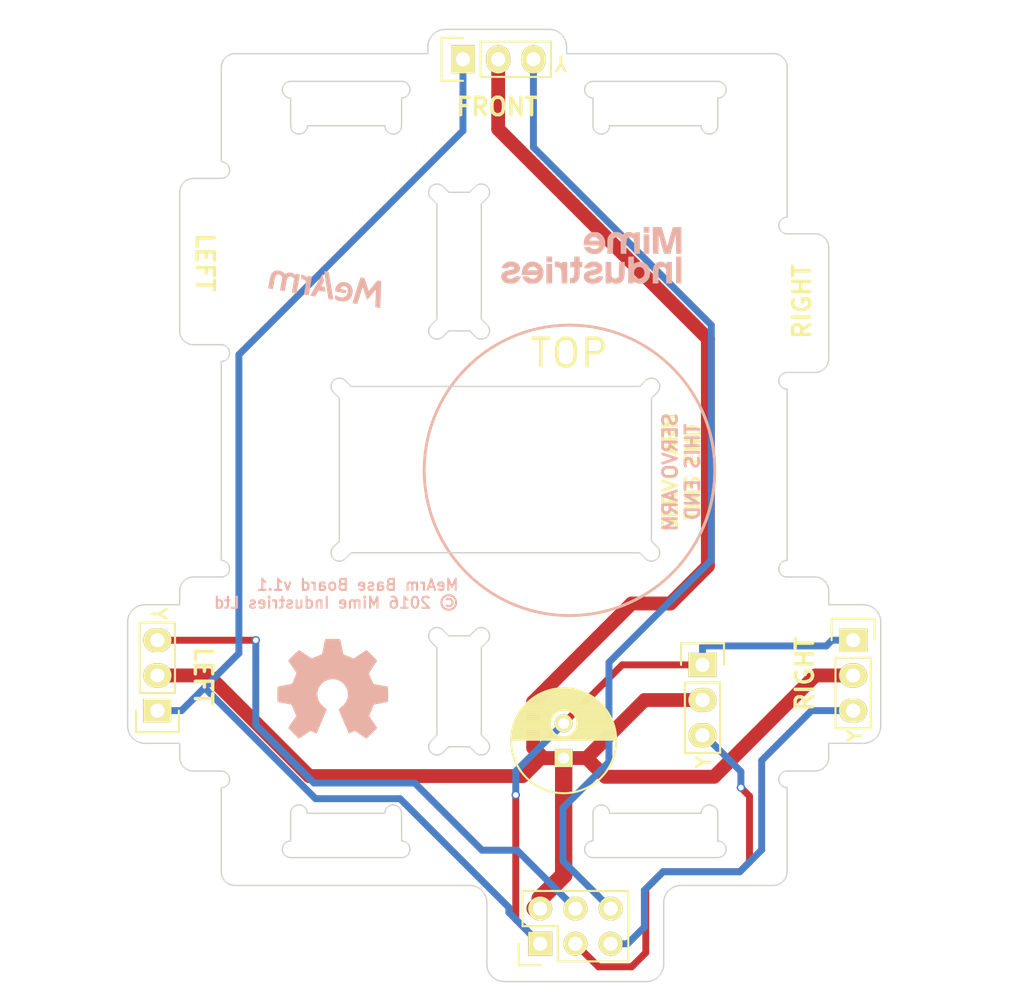
<source format=kicad_pcb>
(kicad_pcb (version 20171130) (host pcbnew "(5.1.12)-1")

  (general
    (thickness 1.6)
    (drawings 161)
    (tracks 91)
    (zones 0)
    (modules 9)
    (nets 7)
  )

  (page A4)
  (layers
    (0 F.Cu signal)
    (31 B.Cu signal)
    (32 B.Adhes user hide)
    (33 F.Adhes user hide)
    (34 B.Paste user)
    (35 F.Paste user)
    (36 B.SilkS user)
    (37 F.SilkS user)
    (38 B.Mask user)
    (39 F.Mask user)
    (40 Dwgs.User user)
    (41 Cmts.User user)
    (42 Eco1.User user)
    (43 Eco2.User user)
    (44 Edge.Cuts user)
    (45 Margin user)
    (46 B.CrtYd user)
    (47 F.CrtYd user)
    (48 B.Fab user)
    (49 F.Fab user)
  )

  (setup
    (last_trace_width 0.5)
    (user_trace_width 1.25)
    (trace_clearance 0.2)
    (zone_clearance 0.508)
    (zone_45_only yes)
    (trace_min 0.2)
    (via_size 0.6)
    (via_drill 0.4)
    (via_min_size 0.4)
    (via_min_drill 0.3)
    (uvia_size 0.3)
    (uvia_drill 0.1)
    (uvias_allowed no)
    (uvia_min_size 0.2)
    (uvia_min_drill 0.1)
    (edge_width 0.15)
    (segment_width 0.2)
    (pcb_text_width 0.3)
    (pcb_text_size 1.5 1.5)
    (mod_edge_width 0.15)
    (mod_text_size 1 1)
    (mod_text_width 0.15)
    (pad_size 1.524 1.524)
    (pad_drill 0.762)
    (pad_to_mask_clearance 0.2)
    (aux_axis_origin 0 0)
    (visible_elements 7FFFFFFF)
    (pcbplotparams
      (layerselection 0x010f0_80000001)
      (usegerberextensions true)
      (usegerberattributes true)
      (usegerberadvancedattributes true)
      (creategerberjobfile true)
      (excludeedgelayer true)
      (linewidth 0.100000)
      (plotframeref false)
      (viasonmask false)
      (mode 1)
      (useauxorigin false)
      (hpglpennumber 1)
      (hpglpenspeed 20)
      (hpglpendiameter 15.000000)
      (psnegative false)
      (psa4output false)
      (plotreference true)
      (plotvalue true)
      (plotinvisibletext false)
      (padsonsilk false)
      (subtractmaskfromsilk false)
      (outputformat 1)
      (mirror false)
      (drillshape 0)
      (scaleselection 1)
      (outputdirectory "output/v1.1"))
  )

  (net 0 "")
  (net 1 GND)
  (net 2 VCC)
  (net 3 "Net-(P1-Pad3)")
  (net 4 "Net-(P1-Pad4)")
  (net 5 "Net-(P1-Pad5)")
  (net 6 "Net-(P1-Pad6)")

  (net_class Default "This is the default net class."
    (clearance 0.2)
    (trace_width 0.5)
    (via_dia 0.6)
    (via_drill 0.4)
    (uvia_dia 0.3)
    (uvia_drill 0.1)
    (add_net GND)
    (add_net "Net-(P1-Pad3)")
    (add_net "Net-(P1-Pad4)")
    (add_net "Net-(P1-Pad5)")
    (add_net "Net-(P1-Pad6)")
  )

  (net_class POWER ""
    (clearance 0.5)
    (trace_width 1)
    (via_dia 0.6)
    (via_drill 0.4)
    (uvia_dia 0.3)
    (uvia_drill 0.1)
    (add_net VCC)
  )

  (module Pin_Headers:Pin_Header_Straight_1x03 (layer F.Cu) (tedit 57D1982B) (tstamp 57D18571)
    (at 137.604 120.078 180)
    (descr "Through hole pin header")
    (tags "pin header")
    (path /57D18342)
    (fp_text reference P3 (at 0 -5.1 180) (layer F.SilkS) hide
      (effects (font (size 1 1) (thickness 0.15)))
    )
    (fp_text value LEFT_SERVO (at 6.7945 2.3495 180) (layer F.Fab)
      (effects (font (size 1 1) (thickness 0.15)))
    )
    (fp_line (start -1.55 -1.55) (end 1.55 -1.55) (layer F.SilkS) (width 0.15))
    (fp_line (start -1.55 0) (end -1.55 -1.55) (layer F.SilkS) (width 0.15))
    (fp_line (start 1.27 1.27) (end -1.27 1.27) (layer F.SilkS) (width 0.15))
    (fp_line (start 1.55 -1.55) (end 1.55 0) (layer F.SilkS) (width 0.15))
    (fp_line (start 1.27 6.35) (end 1.27 1.27) (layer F.SilkS) (width 0.15))
    (fp_line (start -1.27 6.35) (end 1.27 6.35) (layer F.SilkS) (width 0.15))
    (fp_line (start -1.27 1.27) (end -1.27 6.35) (layer F.SilkS) (width 0.15))
    (fp_line (start -1.75 6.85) (end 1.75 6.85) (layer F.CrtYd) (width 0.05))
    (fp_line (start -1.75 -1.75) (end 1.75 -1.75) (layer F.CrtYd) (width 0.05))
    (fp_line (start 1.75 -1.75) (end 1.75 6.85) (layer F.CrtYd) (width 0.05))
    (fp_line (start -1.75 -1.75) (end -1.75 6.85) (layer F.CrtYd) (width 0.05))
    (pad 1 thru_hole rect (at 0 0 180) (size 2.032 1.7272) (drill 1.016) (layers *.Cu *.Mask F.SilkS)
      (net 1 GND))
    (pad 2 thru_hole oval (at 0 2.54 180) (size 2.032 1.7272) (drill 1.016) (layers *.Cu *.Mask F.SilkS)
      (net 2 VCC))
    (pad 3 thru_hole oval (at 0 5.08 180) (size 2.032 1.7272) (drill 1.016) (layers *.Cu *.Mask F.SilkS)
      (net 4 "Net-(P1-Pad4)"))
    (model Pin_Headers.3dshapes/Pin_Header_Straight_1x03.wrl
      (offset (xyz 0 -2.539999961853027 0))
      (scale (xyz 1 1 1))
      (rotate (xyz 0 0 90))
    )
  )

  (module Pin_Headers:Pin_Header_Straight_1x03 (layer F.Cu) (tedit 57D19836) (tstamp 57D1857F)
    (at 159.639 73.0885 90)
    (descr "Through hole pin header")
    (tags "pin header")
    (path /57D18395)
    (fp_text reference P5 (at 0 -5.1 90) (layer F.SilkS) hide
      (effects (font (size 1 1) (thickness 0.15)))
    )
    (fp_text value GRIP_SERVO (at 3.429 2.6035 180) (layer F.Fab)
      (effects (font (size 1 1) (thickness 0.15)))
    )
    (fp_line (start -1.55 -1.55) (end 1.55 -1.55) (layer F.SilkS) (width 0.15))
    (fp_line (start -1.55 0) (end -1.55 -1.55) (layer F.SilkS) (width 0.15))
    (fp_line (start 1.27 1.27) (end -1.27 1.27) (layer F.SilkS) (width 0.15))
    (fp_line (start 1.55 -1.55) (end 1.55 0) (layer F.SilkS) (width 0.15))
    (fp_line (start 1.27 6.35) (end 1.27 1.27) (layer F.SilkS) (width 0.15))
    (fp_line (start -1.27 6.35) (end 1.27 6.35) (layer F.SilkS) (width 0.15))
    (fp_line (start -1.27 1.27) (end -1.27 6.35) (layer F.SilkS) (width 0.15))
    (fp_line (start -1.75 6.85) (end 1.75 6.85) (layer F.CrtYd) (width 0.05))
    (fp_line (start -1.75 -1.75) (end 1.75 -1.75) (layer F.CrtYd) (width 0.05))
    (fp_line (start 1.75 -1.75) (end 1.75 6.85) (layer F.CrtYd) (width 0.05))
    (fp_line (start -1.75 -1.75) (end -1.75 6.85) (layer F.CrtYd) (width 0.05))
    (pad 1 thru_hole rect (at 0 0 90) (size 2.032 1.7272) (drill 1.016) (layers *.Cu *.Mask F.SilkS)
      (net 1 GND))
    (pad 2 thru_hole oval (at 0 2.54 90) (size 2.032 1.7272) (drill 1.016) (layers *.Cu *.Mask F.SilkS)
      (net 2 VCC))
    (pad 3 thru_hole oval (at 0 5.08 90) (size 2.032 1.7272) (drill 1.016) (layers *.Cu *.Mask F.SilkS)
      (net 6 "Net-(P1-Pad6)"))
    (model Pin_Headers.3dshapes/Pin_Header_Straight_1x03.wrl
      (offset (xyz 0 -2.539999961853027 0))
      (scale (xyz 1 1 1))
      (rotate (xyz 0 0 90))
    )
  )

  (module Pin_Headers:Pin_Header_Straight_1x03 (layer F.Cu) (tedit 57D19825) (tstamp 57D18578)
    (at 187.77 114.998)
    (descr "Through hole pin header")
    (tags "pin header")
    (path /57D183E0)
    (fp_text reference P4 (at 0 -5.1) (layer F.SilkS) hide
      (effects (font (size 1 1) (thickness 0.15)))
    )
    (fp_text value RIGHT_SERVO (at 7.3025 1.7145) (layer F.Fab)
      (effects (font (size 1 1) (thickness 0.15)))
    )
    (fp_line (start -1.55 -1.55) (end 1.55 -1.55) (layer F.SilkS) (width 0.15))
    (fp_line (start -1.55 0) (end -1.55 -1.55) (layer F.SilkS) (width 0.15))
    (fp_line (start 1.27 1.27) (end -1.27 1.27) (layer F.SilkS) (width 0.15))
    (fp_line (start 1.55 -1.55) (end 1.55 0) (layer F.SilkS) (width 0.15))
    (fp_line (start 1.27 6.35) (end 1.27 1.27) (layer F.SilkS) (width 0.15))
    (fp_line (start -1.27 6.35) (end 1.27 6.35) (layer F.SilkS) (width 0.15))
    (fp_line (start -1.27 1.27) (end -1.27 6.35) (layer F.SilkS) (width 0.15))
    (fp_line (start -1.75 6.85) (end 1.75 6.85) (layer F.CrtYd) (width 0.05))
    (fp_line (start -1.75 -1.75) (end 1.75 -1.75) (layer F.CrtYd) (width 0.05))
    (fp_line (start 1.75 -1.75) (end 1.75 6.85) (layer F.CrtYd) (width 0.05))
    (fp_line (start -1.75 -1.75) (end -1.75 6.85) (layer F.CrtYd) (width 0.05))
    (pad 1 thru_hole rect (at 0 0) (size 2.032 1.7272) (drill 1.016) (layers *.Cu *.Mask F.SilkS)
      (net 1 GND))
    (pad 2 thru_hole oval (at 0 2.54) (size 2.032 1.7272) (drill 1.016) (layers *.Cu *.Mask F.SilkS)
      (net 2 VCC))
    (pad 3 thru_hole oval (at 0 5.08) (size 2.032 1.7272) (drill 1.016) (layers *.Cu *.Mask F.SilkS)
      (net 5 "Net-(P1-Pad5)"))
    (model Pin_Headers.3dshapes/Pin_Header_Straight_1x03.wrl
      (offset (xyz 0 -2.539999961853027 0))
      (scale (xyz 1 1 1))
      (rotate (xyz 0 0 90))
    )
  )

  (module Pin_Headers:Pin_Header_Straight_1x03 (layer F.Cu) (tedit 57D19821) (tstamp 57D1856A)
    (at 176.911 116.776)
    (descr "Through hole pin header")
    (tags "pin header")
    (path /57D18276)
    (fp_text reference P2 (at -0.127 -3.302) (layer F.SilkS) hide
      (effects (font (size 1 1) (thickness 0.15)))
    )
    (fp_text value BASE_SERVO (at 0 -3.1) (layer F.Fab)
      (effects (font (size 1 1) (thickness 0.15)))
    )
    (fp_line (start -1.55 -1.55) (end 1.55 -1.55) (layer F.SilkS) (width 0.15))
    (fp_line (start -1.55 0) (end -1.55 -1.55) (layer F.SilkS) (width 0.15))
    (fp_line (start 1.27 1.27) (end -1.27 1.27) (layer F.SilkS) (width 0.15))
    (fp_line (start 1.55 -1.55) (end 1.55 0) (layer F.SilkS) (width 0.15))
    (fp_line (start 1.27 6.35) (end 1.27 1.27) (layer F.SilkS) (width 0.15))
    (fp_line (start -1.27 6.35) (end 1.27 6.35) (layer F.SilkS) (width 0.15))
    (fp_line (start -1.27 1.27) (end -1.27 6.35) (layer F.SilkS) (width 0.15))
    (fp_line (start -1.75 6.85) (end 1.75 6.85) (layer F.CrtYd) (width 0.05))
    (fp_line (start -1.75 -1.75) (end 1.75 -1.75) (layer F.CrtYd) (width 0.05))
    (fp_line (start 1.75 -1.75) (end 1.75 6.85) (layer F.CrtYd) (width 0.05))
    (fp_line (start -1.75 -1.75) (end -1.75 6.85) (layer F.CrtYd) (width 0.05))
    (pad 1 thru_hole rect (at 0 0) (size 2.032 1.7272) (drill 1.016) (layers *.Cu *.Mask F.SilkS)
      (net 1 GND))
    (pad 2 thru_hole oval (at 0 2.54) (size 2.032 1.7272) (drill 1.016) (layers *.Cu *.Mask F.SilkS)
      (net 2 VCC))
    (pad 3 thru_hole oval (at 0 5.08) (size 2.032 1.7272) (drill 1.016) (layers *.Cu *.Mask F.SilkS)
      (net 3 "Net-(P1-Pad3)"))
    (model Pin_Headers.3dshapes/Pin_Header_Straight_1x03.wrl
      (offset (xyz 0 -2.539999961853027 0))
      (scale (xyz 1 1 1))
      (rotate (xyz 0 0 90))
    )
  )

  (module Pin_Headers:Pin_Header_Straight_2x03 (layer F.Cu) (tedit 57D1981E) (tstamp 57D18563)
    (at 165.208 136.898 90)
    (descr "Through hole pin header")
    (tags "pin header")
    (path /57D1847B)
    (fp_text reference P1 (at 2.2225 -2.667 180) (layer F.SilkS) hide
      (effects (font (size 1 1) (thickness 0.15)))
    )
    (fp_text value CONNECTOR (at -3.683 3.048 180) (layer F.Fab)
      (effects (font (size 1 1) (thickness 0.15)))
    )
    (fp_line (start 3.81 1.27) (end 3.81 -1.27) (layer F.SilkS) (width 0.15))
    (fp_line (start 3.81 -1.27) (end 1.27 -1.27) (layer F.SilkS) (width 0.15))
    (fp_line (start -1.55 -1.55) (end -1.55 0) (layer F.SilkS) (width 0.15))
    (fp_line (start 3.81 6.35) (end 3.81 1.27) (layer F.SilkS) (width 0.15))
    (fp_line (start -1.27 6.35) (end 3.81 6.35) (layer F.SilkS) (width 0.15))
    (fp_line (start 1.27 1.27) (end -1.27 1.27) (layer F.SilkS) (width 0.15))
    (fp_line (start 1.27 -1.27) (end 1.27 1.27) (layer F.SilkS) (width 0.15))
    (fp_line (start -1.75 6.85) (end 4.3 6.85) (layer F.CrtYd) (width 0.05))
    (fp_line (start -1.75 -1.75) (end 4.3 -1.75) (layer F.CrtYd) (width 0.05))
    (fp_line (start 4.3 -1.75) (end 4.3 6.85) (layer F.CrtYd) (width 0.05))
    (fp_line (start -1.75 -1.75) (end -1.75 6.85) (layer F.CrtYd) (width 0.05))
    (fp_line (start -1.55 -1.55) (end 0 -1.55) (layer F.SilkS) (width 0.15))
    (fp_line (start -1.27 1.27) (end -1.27 6.35) (layer F.SilkS) (width 0.15))
    (pad 1 thru_hole rect (at 0 0 90) (size 1.7272 1.7272) (drill 1.016) (layers *.Cu *.Mask F.SilkS)
      (net 1 GND))
    (pad 2 thru_hole oval (at 2.54 0 90) (size 1.7272 1.7272) (drill 1.016) (layers *.Cu *.Mask F.SilkS)
      (net 2 VCC))
    (pad 3 thru_hole oval (at 0 2.54 90) (size 1.7272 1.7272) (drill 1.016) (layers *.Cu *.Mask F.SilkS)
      (net 3 "Net-(P1-Pad3)"))
    (pad 4 thru_hole oval (at 2.54 2.54 90) (size 1.7272 1.7272) (drill 1.016) (layers *.Cu *.Mask F.SilkS)
      (net 4 "Net-(P1-Pad4)"))
    (pad 5 thru_hole oval (at 0 5.08 90) (size 1.7272 1.7272) (drill 1.016) (layers *.Cu *.Mask F.SilkS)
      (net 5 "Net-(P1-Pad5)"))
    (pad 6 thru_hole oval (at 2.54 5.08 90) (size 1.7272 1.7272) (drill 1.016) (layers *.Cu *.Mask F.SilkS)
      (net 6 "Net-(P1-Pad6)"))
    (model Pin_Headers.3dshapes/Pin_Header_Straight_2x03.wrl
      (offset (xyz 1.269999980926514 -2.539999961853027 0))
      (scale (xyz 1 1 1))
      (rotate (xyz 0 0 90))
    )
  )

  (module Capacitors_ThroughHole:C_Radial_D7.5_L11.2_P2.5 (layer F.Cu) (tedit 57D19899) (tstamp 57D1860C)
    (at 166.9 123.5 90)
    (descr "Radial Electrolytic Capacitor Diameter 7.5mm x Length 11.2mm, Pitch 2.5mm")
    (tags "Electrolytic Capacitor")
    (path /57D1865B)
    (fp_text reference C1 (at 1.25 -5.1 90) (layer F.SilkS) hide
      (effects (font (size 1 1) (thickness 0.15)))
    )
    (fp_text value CP (at 1.25 5.207 90) (layer F.Fab) hide
      (effects (font (size 1 1) (thickness 0.15)))
    )
    (fp_circle (center 1.25 0) (end 1.25 -4.1) (layer F.CrtYd) (width 0.05))
    (fp_circle (center 1.25 0) (end 1.25 -3.7875) (layer F.SilkS) (width 0.15))
    (fp_circle (center 2.5 0) (end 2.5 -1) (layer F.SilkS) (width 0.15))
    (fp_line (start 4.965 -0.511) (end 4.965 0.511) (layer F.SilkS) (width 0.15))
    (fp_line (start 4.825 -1.132) (end 4.825 1.132) (layer F.SilkS) (width 0.15))
    (fp_line (start 4.685 -1.504) (end 4.685 1.504) (layer F.SilkS) (width 0.15))
    (fp_line (start 4.545 -1.79) (end 4.545 1.79) (layer F.SilkS) (width 0.15))
    (fp_line (start 4.405 -2.027) (end 4.405 2.027) (layer F.SilkS) (width 0.15))
    (fp_line (start 4.265 -2.23) (end 4.265 2.23) (layer F.SilkS) (width 0.15))
    (fp_line (start 4.125 -2.408) (end 4.125 2.408) (layer F.SilkS) (width 0.15))
    (fp_line (start 3.985 -2.566) (end 3.985 2.566) (layer F.SilkS) (width 0.15))
    (fp_line (start 3.845 -2.707) (end 3.845 2.707) (layer F.SilkS) (width 0.15))
    (fp_line (start 3.705 -2.835) (end 3.705 2.835) (layer F.SilkS) (width 0.15))
    (fp_line (start 3.565 -2.95) (end 3.565 2.95) (layer F.SilkS) (width 0.15))
    (fp_line (start 3.425 0.38) (end 3.425 3.055) (layer F.SilkS) (width 0.15))
    (fp_line (start 3.425 -3.055) (end 3.425 -0.38) (layer F.SilkS) (width 0.15))
    (fp_line (start 3.285 0.619) (end 3.285 3.15) (layer F.SilkS) (width 0.15))
    (fp_line (start 3.285 -3.15) (end 3.285 -0.619) (layer F.SilkS) (width 0.15))
    (fp_line (start 3.145 0.764) (end 3.145 3.236) (layer F.SilkS) (width 0.15))
    (fp_line (start 3.145 -3.236) (end 3.145 -0.764) (layer F.SilkS) (width 0.15))
    (fp_line (start 3.005 0.863) (end 3.005 3.314) (layer F.SilkS) (width 0.15))
    (fp_line (start 3.005 -3.314) (end 3.005 -0.863) (layer F.SilkS) (width 0.15))
    (fp_line (start 2.865 0.931) (end 2.865 3.384) (layer F.SilkS) (width 0.15))
    (fp_line (start 2.865 -3.384) (end 2.865 -0.931) (layer F.SilkS) (width 0.15))
    (fp_line (start 2.725 0.974) (end 2.725 3.448) (layer F.SilkS) (width 0.15))
    (fp_line (start 2.725 -3.448) (end 2.725 -0.974) (layer F.SilkS) (width 0.15))
    (fp_line (start 2.585 0.996) (end 2.585 3.504) (layer F.SilkS) (width 0.15))
    (fp_line (start 2.585 -3.504) (end 2.585 -0.996) (layer F.SilkS) (width 0.15))
    (fp_line (start 2.445 0.998) (end 2.445 3.555) (layer F.SilkS) (width 0.15))
    (fp_line (start 2.445 -3.555) (end 2.445 -0.998) (layer F.SilkS) (width 0.15))
    (fp_line (start 2.305 0.981) (end 2.305 3.599) (layer F.SilkS) (width 0.15))
    (fp_line (start 2.305 -3.599) (end 2.305 -0.981) (layer F.SilkS) (width 0.15))
    (fp_line (start 2.165 0.942) (end 2.165 3.637) (layer F.SilkS) (width 0.15))
    (fp_line (start 2.165 -3.637) (end 2.165 -0.942) (layer F.SilkS) (width 0.15))
    (fp_line (start 2.025 0.88) (end 2.025 3.669) (layer F.SilkS) (width 0.15))
    (fp_line (start 2.025 -3.669) (end 2.025 -0.88) (layer F.SilkS) (width 0.15))
    (fp_line (start 1.885 0.789) (end 1.885 3.696) (layer F.SilkS) (width 0.15))
    (fp_line (start 1.885 -3.696) (end 1.885 -0.789) (layer F.SilkS) (width 0.15))
    (fp_line (start 1.745 0.656) (end 1.745 3.717) (layer F.SilkS) (width 0.15))
    (fp_line (start 1.745 -3.717) (end 1.745 -0.656) (layer F.SilkS) (width 0.15))
    (fp_line (start 1.605 0.446) (end 1.605 3.733) (layer F.SilkS) (width 0.15))
    (fp_line (start 1.605 -3.733) (end 1.605 -0.446) (layer F.SilkS) (width 0.15))
    (fp_line (start 1.465 -3.744) (end 1.465 3.744) (layer F.SilkS) (width 0.15))
    (fp_line (start 1.325 -3.749) (end 1.325 3.749) (layer F.SilkS) (width 0.15))
    (pad 2 thru_hole circle (at 2.5 0 90) (size 1.3 1.3) (drill 0.8) (layers *.Cu *.Mask F.SilkS)
      (net 1 GND))
    (pad 1 thru_hole rect (at 0 0 90) (size 1.3 1.3) (drill 0.8) (layers *.Cu *.Mask F.SilkS)
      (net 2 VCC))
    (model Capacitors_ThroughHole.3dshapes/C_Radial_D7.5_L11.2_P2.5.wrl
      (at (xyz 0 0 0))
      (scale (xyz 1 1 1))
      (rotate (xyz 0 0 0))
    )
  )

  (module Custom:OSHW_LOGO (layer B.Cu) (tedit 0) (tstamp 57D298A8)
    (at 150.25 118.5 180)
    (path /57D29545)
    (fp_text reference ART1 (at 0 -4.2418 180) (layer B.SilkS) hide
      (effects (font (size 0.36322 0.36322) (thickness 0.07112)) (justify mirror))
    )
    (fp_text value OSHW-LOGO (at 0 4.2418 180) (layer B.SilkS) hide
      (effects (font (size 0.36322 0.36322) (thickness 0.07112)) (justify mirror))
    )
    (fp_poly (pts (xy -2.42316 -3.59156) (xy -2.38252 -3.57124) (xy -2.28854 -3.51282) (xy -2.15392 -3.42392)
      (xy -1.99644 -3.31978) (xy -1.83896 -3.21056) (xy -1.70942 -3.1242) (xy -1.61798 -3.06578)
      (xy -1.57988 -3.04546) (xy -1.55956 -3.05054) (xy -1.48336 -3.08864) (xy -1.37414 -3.14452)
      (xy -1.31064 -3.17754) (xy -1.21158 -3.22072) (xy -1.16078 -3.23088) (xy -1.15316 -3.21564)
      (xy -1.11506 -3.13944) (xy -1.05918 -3.00736) (xy -0.98298 -2.83464) (xy -0.89662 -2.63144)
      (xy -0.80264 -2.413) (xy -0.7112 -2.18948) (xy -0.6223 -1.97612) (xy -0.54356 -1.78562)
      (xy -0.48006 -1.63068) (xy -0.43942 -1.52146) (xy -0.42418 -1.47574) (xy -0.42926 -1.46558)
      (xy -0.48006 -1.41732) (xy -0.56642 -1.35128) (xy -0.75692 -1.19634) (xy -0.94234 -0.96266)
      (xy -1.05664 -0.6985) (xy -1.09474 -0.40386) (xy -1.06172 -0.13208) (xy -0.95504 0.12954)
      (xy -0.77216 0.36576) (xy -0.55118 0.54102) (xy -0.2921 0.65278) (xy 0 0.68834)
      (xy 0.2794 0.65786) (xy 0.5461 0.55118) (xy 0.78232 0.37084) (xy 0.88138 0.25654)
      (xy 1.01854 0.01778) (xy 1.09728 -0.23876) (xy 1.1049 -0.30226) (xy 1.09474 -0.5842)
      (xy 1.01092 -0.85344) (xy 0.8636 -1.09474) (xy 0.65786 -1.29032) (xy 0.62992 -1.31064)
      (xy 0.53594 -1.38176) (xy 0.47244 -1.43002) (xy 0.42164 -1.47066) (xy 0.77978 -2.33172)
      (xy 0.83566 -2.46888) (xy 0.93472 -2.7051) (xy 1.02108 -2.9083) (xy 1.08966 -3.06832)
      (xy 1.13792 -3.17754) (xy 1.15824 -3.22072) (xy 1.16078 -3.22326) (xy 1.19126 -3.22834)
      (xy 1.2573 -3.20294) (xy 1.37668 -3.14452) (xy 1.45796 -3.10388) (xy 1.5494 -3.0607)
      (xy 1.59004 -3.04546) (xy 1.6256 -3.06324) (xy 1.71196 -3.12166) (xy 1.8415 -3.20548)
      (xy 1.9939 -3.30962) (xy 2.14122 -3.41122) (xy 2.27584 -3.50012) (xy 2.3749 -3.56108)
      (xy 2.42316 -3.58902) (xy 2.43078 -3.58902) (xy 2.47142 -3.56362) (xy 2.55016 -3.50012)
      (xy 2.667 -3.38836) (xy 2.8321 -3.2258) (xy 2.8575 -3.2004) (xy 2.99466 -3.0607)
      (xy 3.10642 -2.94386) (xy 3.18008 -2.86258) (xy 3.20548 -2.82448) (xy 3.18262 -2.77622)
      (xy 3.11912 -2.6797) (xy 3.03022 -2.54254) (xy 2.921 -2.38252) (xy 2.63652 -1.9685)
      (xy 2.794 -1.57734) (xy 2.84226 -1.45796) (xy 2.90322 -1.31318) (xy 2.9464 -1.20904)
      (xy 2.9718 -1.16332) (xy 3.01244 -1.14808) (xy 3.12166 -1.12268) (xy 3.2766 -1.08966)
      (xy 3.45948 -1.05664) (xy 3.63728 -1.02362) (xy 3.7973 -0.99314) (xy 3.9116 -0.97028)
      (xy 3.9624 -0.96012) (xy 3.9751 -0.9525) (xy 3.98526 -0.9271) (xy 3.99288 -0.87376)
      (xy 3.99542 -0.77724) (xy 3.99796 -0.62484) (xy 3.99796 -0.40386) (xy 3.99796 -0.381)
      (xy 3.99542 -0.17018) (xy 3.99288 -0.00254) (xy 3.9878 0.10668) (xy 3.98018 0.14986)
      (xy 3.92938 0.16256) (xy 3.81762 0.18542) (xy 3.6576 0.21844) (xy 3.4671 0.254)
      (xy 3.45694 0.25654) (xy 3.26644 0.2921) (xy 3.10896 0.32512) (xy 2.9972 0.35052)
      (xy 2.95148 0.36576) (xy 2.94132 0.37846) (xy 2.90322 0.45212) (xy 2.84734 0.56896)
      (xy 2.78638 0.71374) (xy 2.72288 0.86106) (xy 2.66954 0.99568) (xy 2.63398 1.09474)
      (xy 2.62382 1.14046) (xy 2.65176 1.18618) (xy 2.7178 1.28524) (xy 2.80924 1.41986)
      (xy 2.921 1.58242) (xy 2.92862 1.59512) (xy 3.03784 1.75514) (xy 3.12674 1.88976)
      (xy 3.18516 1.98628) (xy 3.20548 2.02946) (xy 3.20548 2.032) (xy 3.16992 2.08026)
      (xy 3.08864 2.16916) (xy 2.9718 2.29108) (xy 2.8321 2.43332) (xy 2.78638 2.4765)
      (xy 2.63144 2.6289) (xy 2.52476 2.72796) (xy 2.45618 2.7813) (xy 2.42316 2.794)
      (xy 2.42316 2.79146) (xy 2.3749 2.76352) (xy 2.2733 2.69748) (xy 2.13614 2.6035)
      (xy 1.97358 2.49428) (xy 1.96342 2.48666) (xy 1.8034 2.37744) (xy 1.67132 2.28854)
      (xy 1.5748 2.22504) (xy 1.53416 2.19964) (xy 1.52654 2.19964) (xy 1.46304 2.21996)
      (xy 1.34874 2.25806) (xy 1.20904 2.31394) (xy 1.06172 2.37236) (xy 0.9271 2.42824)
      (xy 0.8255 2.4765) (xy 0.77724 2.5019) (xy 0.77724 2.50444) (xy 0.75946 2.56286)
      (xy 0.73152 2.68224) (xy 0.6985 2.84734) (xy 0.6604 3.04292) (xy 0.65532 3.0734)
      (xy 0.61976 3.2639) (xy 0.58928 3.42138) (xy 0.56642 3.5306) (xy 0.55372 3.57632)
      (xy 0.52832 3.5814) (xy 0.43434 3.58902) (xy 0.2921 3.59156) (xy 0.11938 3.5941)
      (xy -0.06096 3.59156) (xy -0.23622 3.58902) (xy -0.38862 3.58394) (xy -0.4953 3.57632)
      (xy -0.54102 3.56616) (xy -0.54356 3.56362) (xy -0.5588 3.5052) (xy -0.5842 3.38582)
      (xy -0.61976 3.22072) (xy -0.65786 3.0226) (xy -0.66294 2.98958) (xy -0.6985 2.79908)
      (xy -0.73152 2.64414) (xy -0.75438 2.53492) (xy -0.76708 2.49428) (xy -0.78232 2.48412)
      (xy -0.86106 2.4511) (xy -0.98806 2.39776) (xy -1.14808 2.33426) (xy -1.51384 2.1844)
      (xy -1.96088 2.49428) (xy -2.00406 2.52222) (xy -2.16408 2.63144) (xy -2.2987 2.72034)
      (xy -2.39014 2.77876) (xy -2.42824 2.80162) (xy -2.43078 2.79908) (xy -2.4765 2.76098)
      (xy -2.5654 2.67716) (xy -2.68732 2.55778) (xy -2.82702 2.41808) (xy -2.93116 2.31394)
      (xy -3.05562 2.18694) (xy -3.13436 2.10312) (xy -3.17754 2.04724) (xy -3.19278 2.01422)
      (xy -3.1877 1.9939) (xy -3.15976 1.94818) (xy -3.09372 1.84912) (xy -3.00228 1.71196)
      (xy -2.89306 1.55448) (xy -2.80162 1.41986) (xy -2.7051 1.27) (xy -2.6416 1.16332)
      (xy -2.61874 1.10998) (xy -2.62382 1.08712) (xy -2.65684 1.00076) (xy -2.71018 0.86614)
      (xy -2.77622 0.70866) (xy -2.9337 0.35306) (xy -3.16738 0.30988) (xy -3.30708 0.28194)
      (xy -3.5052 0.24384) (xy -3.69316 0.20828) (xy -3.9878 0.14986) (xy -3.99796 -0.93218)
      (xy -3.95224 -0.9525) (xy -3.90906 -0.9652) (xy -3.79984 -0.98806) (xy -3.6449 -1.01854)
      (xy -3.45948 -1.0541) (xy -3.30454 -1.08458) (xy -3.14452 -1.11252) (xy -3.03276 -1.13538)
      (xy -2.98196 -1.14554) (xy -2.96926 -1.16332) (xy -2.92862 -1.23952) (xy -2.87274 -1.36144)
      (xy -2.81178 -1.50876) (xy -2.74828 -1.65862) (xy -2.6924 -1.79832) (xy -2.65176 -1.905)
      (xy -2.63906 -1.96088) (xy -2.65938 -2.00406) (xy -2.72034 -2.0955) (xy -2.8067 -2.22758)
      (xy -2.91338 -2.38506) (xy -3.0226 -2.54254) (xy -3.1115 -2.67716) (xy -3.175 -2.77368)
      (xy -3.2004 -2.81686) (xy -3.1877 -2.84734) (xy -3.12674 -2.92354) (xy -3.00736 -3.04546)
      (xy -2.8321 -3.22072) (xy -2.80162 -3.24866) (xy -2.66192 -3.38328) (xy -2.54254 -3.4925)
      (xy -2.46126 -3.56616) (xy -2.42316 -3.59156)) (layer B.SilkS) (width 0.00254))
  )

  (module Custom:MIME_LOGO (layer B.Cu) (tedit 0) (tstamp 57D298BE)
    (at 171.45 87.249 180)
    (path /57D29519)
    (fp_text reference ART2 (at 0 0 180) (layer B.SilkS) hide
      (effects (font (size 1.524 1.524) (thickness 0.3)) (justify mirror))
    )
    (fp_text value LOGO (at 0.75 0 180) (layer B.SilkS) hide
      (effects (font (size 1.524 1.524) (thickness 0.3)) (justify mirror))
    )
    (fp_poly (pts (xy -1.2192 1.651) (xy -1.405467 1.651) (xy -1.498381 1.653161) (xy -1.570367 1.658856)
      (xy -1.607306 1.666911) (xy -1.608667 1.667934) (xy -1.616917 1.699945) (xy -1.622944 1.768625)
      (xy -1.62557 1.859854) (xy -1.6256 1.871134) (xy -1.6256 2.0574) (xy -1.2192 2.0574)
      (xy -1.2192 1.651)) (layer B.SilkS) (width 0.01))
    (fp_poly (pts (xy -0.008463 1.68571) (xy 0.124353 1.633555) (xy 0.218855 1.566548) (xy 0.29801 1.499798)
      (xy 0.345855 1.553586) (xy 0.440246 1.625588) (xy 0.567942 1.675217) (xy 0.715505 1.699998)
      (xy 0.869495 1.697452) (xy 0.992573 1.672808) (xy 1.12519 1.608491) (xy 1.242029 1.504773)
      (xy 1.330647 1.372944) (xy 1.336528 1.3607) (xy 1.356269 1.31595) (xy 1.371136 1.272715)
      (xy 1.38182 1.223144) (xy 1.389015 1.15938) (xy 1.393415 1.073572) (xy 1.395712 0.957865)
      (xy 1.3966 0.804405) (xy 1.396751 0.678382) (xy 1.397 0.124864) (xy 1.0033 0.1397)
      (xy 0.9906 0.669007) (xy 0.9779 1.198313) (xy 0.906633 1.259557) (xy 0.808889 1.312596)
      (xy 0.69878 1.322612) (xy 0.590188 1.290073) (xy 0.52745 1.246735) (xy 0.4445 1.172669)
      (xy 0.436697 0.649835) (xy 0.428894 0.127) (xy 0.0254 0.127) (xy 0.0254 0.623562)
      (xy 0.024246 0.818313) (xy 0.019964 0.968891) (xy 0.011319 1.081885) (xy -0.002921 1.163887)
      (xy -0.023991 1.221487) (xy -0.053123 1.261275) (xy -0.091552 1.289844) (xy -0.100194 1.294648)
      (xy -0.18652 1.31903) (xy -0.287147 1.31616) (xy -0.385066 1.290033) (xy -0.463271 1.244646)
      (xy -0.49841 1.20109) (xy -0.505773 1.162558) (xy -0.513412 1.081768) (xy -0.520792 0.967253)
      (xy -0.527374 0.827549) (xy -0.532622 0.67119) (xy -0.533238 0.6477) (xy -0.5461 0.1397)
      (xy -0.9398 0.124864) (xy -0.9398 1.6764) (xy -0.7493 1.6764) (xy -0.65243 1.675708)
      (xy -0.595651 1.671103) (xy -0.568254 1.658796) (xy -0.559531 1.634994) (xy -0.5588 1.608964)
      (xy -0.555522 1.563143) (xy -0.538483 1.561118) (xy -0.51435 1.580501) (xy -0.384643 1.66092)
      (xy -0.228872 1.698806) (xy -0.165546 1.7018) (xy -0.008463 1.68571)) (layer B.SilkS) (width 0.01))
    (fp_poly (pts (xy -1.2192 0.127) (xy -1.405467 0.127) (xy -1.498381 0.129161) (xy -1.570367 0.134856)
      (xy -1.607306 0.142911) (xy -1.608667 0.143934) (xy -1.613154 0.172858) (xy -1.617194 0.245797)
      (xy -1.620623 0.355968) (xy -1.623277 0.496588) (xy -1.624991 0.660871) (xy -1.6256 0.842035)
      (xy -1.6256 1.524) (xy -1.2192 1.524) (xy -1.2192 0.127)) (layer B.SilkS) (width 0.01))
    (fp_poly (pts (xy -3.626413 2.051832) (xy -3.315825 2.0447) (xy -3.124763 1.366362) (xy -3.074508 1.189129)
      (xy -3.028267 1.028311) (xy -2.987923 0.89028) (xy -2.955359 0.781404) (xy -2.932458 0.708054)
      (xy -2.921104 0.676599) (xy -2.920656 0.675985) (xy -2.910828 0.696277) (xy -2.88952 0.759557)
      (xy -2.85855 0.859784) (xy -2.819732 0.990915) (xy -2.774882 1.146908) (xy -2.725817 1.321723)
      (xy -2.716788 1.354323) (xy -2.525963 2.0447) (xy -2.202476 2.051812) (xy -1.878988 2.058922)
      (xy -1.885644 1.099312) (xy -1.8923 0.1397) (xy -2.285206 0.124878) (xy -2.2987 1.548322)
      (xy -2.461304 0.958311) (xy -2.509018 0.785478) (xy -2.554251 0.622183) (xy -2.594602 0.477055)
      (xy -2.627668 0.358722) (xy -2.651048 0.275812) (xy -2.659138 0.24765) (xy -2.694369 0.127)
      (xy -3.147213 0.127) (xy -3.17316 0.22225) (xy -3.187006 0.272711) (xy -3.212221 0.364238)
      (xy -3.246624 0.488935) (xy -3.288038 0.638908) (xy -3.334283 0.806263) (xy -3.371204 0.9398)
      (xy -3.5433 1.5621) (xy -3.556792 0.127) (xy -3.937 0.127) (xy -3.937 2.058963)
      (xy -3.626413 2.051832)) (layer B.SilkS) (width 0.01))
    (fp_poly (pts (xy 2.498727 1.681769) (xy 2.625702 1.656609) (xy 2.731988 1.608098) (xy 2.831849 1.530852)
      (xy 2.879598 1.484144) (xy 2.982475 1.353595) (xy 3.049886 1.205873) (xy 3.086321 1.02968)
      (xy 3.093372 0.94615) (xy 3.10517 0.7366) (xy 2.530485 0.7366) (xy 2.353132 0.735604)
      (xy 2.201454 0.732771) (xy 2.081253 0.728339) (xy 1.998334 0.722545) (xy 1.9585 0.715625)
      (xy 1.9558 0.713149) (xy 1.973894 0.672184) (xy 2.019375 0.614762) (xy 2.07904 0.554976)
      (xy 2.139687 0.506915) (xy 2.160764 0.494388) (xy 2.258517 0.464874) (xy 2.369104 0.463266)
      (xy 2.476856 0.486374) (xy 2.566107 0.531006) (xy 2.617971 0.587511) (xy 2.63743 0.611065)
      (xy 2.672206 0.625384) (xy 2.733285 0.632624) (xy 2.831652 0.634938) (xy 2.860105 0.635)
      (xy 2.964674 0.63444) (xy 3.027659 0.630996) (xy 3.058272 0.622029) (xy 3.06573 0.604899)
      (xy 3.059515 0.57785) (xy 2.990268 0.432625) (xy 2.881946 0.309374) (xy 2.742861 0.211767)
      (xy 2.581324 0.143472) (xy 2.405646 0.108157) (xy 2.22414 0.109492) (xy 2.072045 0.142003)
      (xy 1.949305 0.202118) (xy 1.826154 0.298195) (xy 1.715226 0.417103) (xy 1.629154 0.545707)
      (xy 1.586771 0.646449) (xy 1.551629 0.850309) (xy 1.563268 1.048451) (xy 1.574011 1.084279)
      (xy 1.9558 1.084279) (xy 1.97971 1.078099) (xy 2.045488 1.072879) (xy 2.144204 1.069042)
      (xy 2.266928 1.067012) (xy 2.3241 1.0668) (xy 2.472861 1.067708) (xy 2.577455 1.070843)
      (xy 2.644489 1.07683) (xy 2.680572 1.086289) (xy 2.69231 1.099844) (xy 2.6924 1.101475)
      (xy 2.673058 1.155099) (xy 2.624115 1.219626) (xy 2.559195 1.279273) (xy 2.513618 1.308608)
      (xy 2.420223 1.33725) (xy 2.308074 1.344513) (xy 2.200697 1.330579) (xy 2.136357 1.305689)
      (xy 2.085467 1.264891) (xy 2.030053 1.20543) (xy 1.983051 1.143168) (xy 1.957399 1.09397)
      (xy 1.9558 1.084279) (xy 1.574011 1.084279) (xy 1.618952 1.234141) (xy 1.715948 1.400647)
      (xy 1.851522 1.541234) (xy 1.986496 1.630826) (xy 2.048782 1.659571) (xy 2.113873 1.677161)
      (xy 2.196887 1.686105) (xy 2.312938 1.688913) (xy 2.3368 1.68896) (xy 2.498727 1.681769)) (layer B.SilkS) (width 0.01))
    (fp_poly (pts (xy 5.7912 -0.4826) (xy 5.3848 -0.4826) (xy 5.3848 -0.0762) (xy 5.7912 -0.0762)
      (xy 5.7912 -0.4826)) (layer B.SilkS) (width 0.01))
    (fp_poly (pts (xy -6.043388 2.057426) (xy -5.777274 2.05684) (xy -5.550705 2.0553) (xy -5.359931 2.052393)
      (xy -5.2012 2.047704) (xy -5.070761 2.040821) (xy -4.964862 2.031329) (xy -4.879754 2.018813)
      (xy -4.811683 2.00286) (xy -4.756899 1.983055) (xy -4.711652 1.958985) (xy -4.672189 1.930234)
      (xy -4.634759 1.89639) (xy -4.595612 1.857038) (xy -4.559288 1.820057) (xy -4.504045 1.763691)
      (xy -4.457951 1.711977) (xy -4.420178 1.65986) (xy -4.389898 1.602287) (xy -4.366282 1.534204)
      (xy -4.348502 1.450555) (xy -4.33573 1.346286) (xy -4.327138 1.216344) (xy -4.321897 1.055674)
      (xy -4.319179 0.859221) (xy -4.318156 0.621931) (xy -4.318 0.347584) (xy -4.318 -0.6604)
      (xy -5.0038 -0.6604) (xy -5.0038 0.218412) (xy -5.00407 0.471346) (xy -5.005383 0.678619)
      (xy -5.008497 0.845371) (xy -5.014172 0.97674) (xy -5.023165 1.077864) (xy -5.036234 1.153883)
      (xy -5.054138 1.209934) (xy -5.077634 1.251157) (xy -5.107481 1.28269) (xy -5.144436 1.309673)
      (xy -5.166868 1.323704) (xy -5.185706 1.333882) (xy -5.208882 1.342503) (xy -5.240498 1.349697)
      (xy -5.284656 1.355593) (xy -5.345457 1.36032) (xy -5.427003 1.364006) (xy -5.533396 1.36678)
      (xy -5.668737 1.368772) (xy -5.837129 1.370111) (xy -6.042672 1.370924) (xy -6.28947 1.371342)
      (xy -6.581622 1.371492) (xy -6.687812 1.371506) (xy -7.006238 1.371534) (xy -7.277845 1.371318)
      (xy -7.506612 1.370469) (xy -7.696521 1.368601) (xy -7.85155 1.365327) (xy -7.975681 1.360259)
      (xy -8.072893 1.353011) (xy -8.147167 1.343196) (xy -8.202483 1.330426) (xy -8.242822 1.314315)
      (xy -8.272163 1.294475) (xy -8.294486 1.27052) (xy -8.313773 1.242063) (xy -8.332229 1.211617)
      (xy -8.345395 1.187514) (xy -8.356007 1.159282) (xy -8.364339 1.121516) (xy -8.370666 1.068814)
      (xy -8.375262 0.995772) (xy -8.378402 0.896988) (xy -8.380362 0.767057) (xy -8.381416 0.600577)
      (xy -8.381839 0.392143) (xy -8.381906 0.23495) (xy -8.382 -0.6604) (xy -9.0678 -0.6604)
      (xy -9.0678 0.380048) (xy -9.067708 0.638073) (xy -9.067267 0.850556) (xy -9.066238 1.022753)
      (xy -9.064377 1.159923) (xy -9.061442 1.267322) (xy -9.057192 1.350209) (xy -9.051384 1.41384)
      (xy -9.043776 1.463472) (xy -9.034126 1.504364) (xy -9.022191 1.541773) (xy -9.013158 1.566539)
      (xy -8.930167 1.721198) (xy -8.808899 1.85742) (xy -8.661473 1.963175) (xy -8.571841 2.004666)
      (xy -8.54295 2.015014) (xy -8.513088 2.023911) (xy -8.47839 2.031469) (xy -8.434995 2.037795)
      (xy -8.37904 2.042999) (xy -8.306664 2.047191) (xy -8.214003 2.05048) (xy -8.097195 2.052975)
      (xy -7.952378 2.054786) (xy -7.775689 2.056021) (xy -7.563266 2.056791) (xy -7.311246 2.057205)
      (xy -7.015768 2.057371) (xy -6.709258 2.0574) (xy -6.352799 2.057475) (xy -6.043388 2.057426)) (layer B.Mask) (width 0.01))
    (fp_poly (pts (xy 5.7912 -2.0066) (xy 5.3848 -2.0066) (xy 5.3848 -0.6096) (xy 5.7912 -0.6096)
      (xy 5.7912 -2.0066)) (layer B.SilkS) (width 0.01))
    (fp_poly (pts (xy 5.176318 -0.626865) (xy 5.1689 -0.821931) (xy 5.045359 -0.829038) (xy 4.915502 -0.852925)
      (xy 4.817383 -0.911028) (xy 4.756503 -0.983397) (xy 4.740243 -1.014923) (xy 4.727964 -1.058173)
      (xy 4.718928 -1.120735) (xy 4.712396 -1.210197) (xy 4.707629 -1.334145) (xy 4.703888 -1.500168)
      (xy 4.70337 -1.529143) (xy 4.695041 -2.0066) (xy 4.291855 -2.0066) (xy 4.298577 -1.23825)
      (xy 4.3053 -0.4699) (xy 4.494654 -0.4699) (xy 4.591673 -0.470919) (xy 4.649512 -0.476376)
      (xy 4.679785 -0.489864) (xy 4.694104 -0.514979) (xy 4.698939 -0.533143) (xy 4.714132 -0.573518)
      (xy 4.731974 -0.566786) (xy 4.734968 -0.562249) (xy 4.782116 -0.520768) (xy 4.862329 -0.480992)
      (xy 4.958114 -0.449609) (xy 5.05198 -0.433306) (xy 5.074718 -0.432357) (xy 5.183736 -0.4318)
      (xy 5.176318 -0.626865)) (layer B.SilkS) (width 0.01))
    (fp_poly (pts (xy 3.7846 -0.4572) (xy 4.064 -0.4572) (xy 4.064 -0.8382) (xy 3.7846 -0.8382)
      (xy 3.785205 -1.09855) (xy 3.789395 -1.280072) (xy 3.802542 -1.416749) (xy 3.826952 -1.514098)
      (xy 3.864928 -1.577636) (xy 3.918776 -1.61288) (xy 3.9908 -1.625348) (xy 4.005354 -1.6256)
      (xy 4.0894 -1.6256) (xy 4.0894 -2.0066) (xy 3.96875 -2.00481) (xy 3.869227 -1.995265)
      (xy 3.770474 -1.973718) (xy 3.747627 -1.966231) (xy 3.630961 -1.906864) (xy 3.540698 -1.819239)
      (xy 3.465483 -1.692261) (xy 3.463986 -1.6891) (xy 3.439864 -1.633413) (xy 3.423192 -1.579038)
      (xy 3.412612 -1.514969) (xy 3.406767 -1.430201) (xy 3.404298 -1.313727) (xy 3.403848 -1.201683)
      (xy 3.4036 -0.841266) (xy 3.2131 -0.8255) (xy 3.2131 -0.4699) (xy 3.30835 -0.462016)
      (xy 3.4036 -0.454133) (xy 3.4036 -0.0762) (xy 3.7846 -0.0762) (xy 3.7846 -0.4572)) (layer B.SilkS) (width 0.01))
    (fp_poly (pts (xy -2.248863 -0.47752) (xy -2.113566 -0.557472) (xy -2.065433 -0.600387) (xy -2.009067 -0.662044)
      (xy -1.96519 -0.725793) (xy -1.932294 -0.798865) (xy -1.908868 -0.888488) (xy -1.893403 -1.001894)
      (xy -1.88439 -1.146312) (xy -1.880319 -1.328971) (xy -1.8796 -1.49051) (xy -1.8796 -2.0066)
      (xy -2.286 -2.0066) (xy -2.286 -1.487316) (xy -2.28617 -1.312356) (xy -2.28719 -1.1808)
      (xy -2.289828 -1.085253) (xy -2.294852 -1.018318) (xy -2.30303 -0.972601) (xy -2.315129 -0.940705)
      (xy -2.331917 -0.915234) (xy -2.347301 -0.896766) (xy -2.389891 -0.85496) (xy -2.436953 -0.833565)
      (xy -2.507238 -0.826071) (xy -2.552585 -0.8255) (xy -2.639015 -0.828551) (xy -2.694766 -0.842777)
      (xy -2.739835 -0.875781) (xy -2.770684 -0.90845) (xy -2.8448 -0.991401) (xy -2.8448 -2.0066)
      (xy -3.2512 -2.0066) (xy -3.2512 -0.4572) (xy -2.8702 -0.4572) (xy -2.8702 -0.618455)
      (xy -2.812704 -0.564439) (xy -2.688764 -0.480718) (xy -2.546671 -0.438652) (xy -2.396635 -0.43775)
      (xy -2.248863 -0.47752)) (layer B.SilkS) (width 0.01))
    (fp_poly (pts (xy -3.556 -2.0066) (xy -3.937 -2.0066) (xy -3.937 -0.0762) (xy -3.556 -0.0762)
      (xy -3.556 -2.0066)) (layer B.SilkS) (width 0.01))
    (fp_poly (pts (xy -5.884602 0.678985) (xy -5.780808 0.611405) (xy -5.722731 0.542133) (xy -5.710476 0.519769)
      (xy -5.700501 0.490292) (xy -5.692511 0.448407) (xy -5.686215 0.388819) (xy -5.681319 0.30623)
      (xy -5.677531 0.195346) (xy -5.674559 0.050871) (xy -5.67211 -0.132492) (xy -5.669891 -0.360038)
      (xy -5.66934 -0.424279) (xy -5.661779 -1.3208) (xy -4.318 -1.3208) (xy -4.318 -2.0066)
      (xy -9.0678 -2.0066) (xy -9.0678 -1.3208) (xy -7.7216 -1.3208) (xy -7.7216 -0.443238)
      (xy -7.721466 -0.198845) (xy -7.720608 0.000192) (xy -7.718343 0.159317) (xy -7.713988 0.283973)
      (xy -7.706859 0.379606) (xy -7.696273 0.451658) (xy -7.681547 0.505574) (xy -7.661997 0.546798)
      (xy -7.636941 0.580773) (xy -7.605695 0.612943) (xy -7.58681 0.630733) (xy -7.492257 0.687013)
      (xy -7.380827 0.70527) (xy -7.266701 0.687681) (xy -7.164055 0.636425) (xy -7.087252 0.553979)
      (xy -7.073656 0.529529) (xy -7.062699 0.5018) (xy -7.054095 0.465369) (xy -7.047561 0.414816)
      (xy -7.042812 0.344716) (xy -7.039564 0.249648) (xy -7.037532 0.12419) (xy -7.036432 -0.03708)
      (xy -7.035981 -0.239586) (xy -7.035895 -0.42545) (xy -7.0358 -1.3208) (xy -6.378366 -1.3208)
      (xy -6.370533 -0.424277) (xy -6.368253 -0.184873) (xy -6.365828 0.009026) (xy -6.362965 0.162717)
      (xy -6.359369 0.281493) (xy -6.354747 0.370652) (xy -6.348803 0.435488) (xy -6.341245 0.481296)
      (xy -6.331778 0.513373) (xy -6.320108 0.537012) (xy -6.31687 0.542135) (xy -6.22763 0.637423)
      (xy -6.118709 0.691994) (xy -6.000801 0.705848) (xy -5.884602 0.678985)) (layer B.Mask) (width 0.01))
    (fp_poly (pts (xy 8.458263 -0.438063) (xy 8.627918 -0.479176) (xy 8.776109 -0.554915) (xy 8.896114 -0.662463)
      (xy 8.981209 -0.799) (xy 9.002793 -0.85725) (xy 9.009194 -0.884825) (xy 9.001419 -0.901703)
      (xy 8.970285 -0.910508) (xy 8.906606 -0.913866) (xy 8.802811 -0.9144) (xy 8.70064 -0.911706)
      (xy 8.625553 -0.904401) (xy 8.587754 -0.893643) (xy 8.5852 -0.889652) (xy 8.56299 -0.858326)
      (xy 8.507607 -0.825828) (xy 8.435924 -0.799719) (xy 8.364811 -0.787562) (xy 8.357045 -0.7874)
      (xy 8.276001 -0.797411) (xy 8.196497 -0.822928) (xy 8.133873 -0.857172) (xy 8.103468 -0.893367)
      (xy 8.1026 -0.899818) (xy 8.127659 -0.949516) (xy 8.20239 -0.992086) (xy 8.326122 -1.027207)
      (xy 8.3947 -1.040018) (xy 8.605265 -1.083279) (xy 8.769969 -1.137103) (xy 8.893105 -1.203976)
      (xy 8.978966 -1.286387) (xy 9.031846 -1.386821) (xy 9.040124 -1.41395) (xy 9.055368 -1.487136)
      (xy 9.059173 -1.542674) (xy 9.057468 -1.553029) (xy 9.044043 -1.603047) (xy 9.031454 -1.656884)
      (xy 8.994041 -1.739816) (xy 8.923215 -1.829377) (xy 8.831913 -1.911403) (xy 8.752704 -1.962139)
      (xy 8.657716 -1.994874) (xy 8.529987 -2.016629) (xy 8.386538 -2.02666) (xy 8.244385 -2.024223)
      (xy 8.120549 -2.008575) (xy 8.061587 -1.992341) (xy 7.906187 -1.908939) (xy 7.779294 -1.786673)
      (xy 7.687194 -1.632364) (xy 7.659213 -1.55575) (xy 7.652917 -1.526978) (xy 7.661955 -1.509962)
      (xy 7.69593 -1.501617) (xy 7.764449 -1.498858) (xy 7.837185 -1.4986) (xy 7.93938 -1.500251)
      (xy 8.006776 -1.508049) (xy 8.055338 -1.526258) (xy 8.101033 -1.559143) (xy 8.117753 -1.573547)
      (xy 8.193561 -1.625484) (xy 8.275355 -1.660993) (xy 8.293976 -1.66554) (xy 8.404578 -1.674369)
      (xy 8.504112 -1.661173) (xy 8.58374 -1.630128) (xy 8.634625 -1.585411) (xy 8.647929 -1.5312)
      (xy 8.63825 -1.502805) (xy 8.594559 -1.462105) (xy 8.519556 -1.425918) (xy 8.432616 -1.402163)
      (xy 8.379713 -1.397141) (xy 8.303841 -1.387639) (xy 8.200552 -1.36307) (xy 8.086499 -1.328742)
      (xy 7.978337 -1.289965) (xy 7.892721 -1.252048) (xy 7.857376 -1.230629) (xy 7.760858 -1.130188)
      (xy 7.7081 -1.01557) (xy 7.696899 -0.89424) (xy 7.725053 -0.773661) (xy 7.790362 -0.661296)
      (xy 7.890624 -0.564608) (xy 8.023638 -0.491062) (xy 8.081452 -0.47099) (xy 8.273867 -0.434395)
      (xy 8.458263 -0.438063)) (layer B.SilkS) (width 0.01))
    (fp_poly (pts (xy 7.035479 -0.472158) (xy 7.128339 -0.508541) (xy 7.214224 -0.564564) (xy 7.310123 -0.651419)
      (xy 7.315022 -0.656308) (xy 7.415926 -0.77196) (xy 7.48586 -0.891434) (xy 7.531144 -1.029365)
      (xy 7.558097 -1.200385) (xy 7.560481 -1.224706) (xy 7.576494 -1.397) (xy 6.399495 -1.397)
      (xy 6.437335 -1.470174) (xy 6.48298 -1.536198) (xy 6.545204 -1.602018) (xy 6.554236 -1.609874)
      (xy 6.611167 -1.64972) (xy 6.672834 -1.669849) (xy 6.75986 -1.676242) (xy 6.783675 -1.6764)
      (xy 6.873827 -1.673207) (xy 6.935259 -1.658402) (xy 6.989914 -1.624144) (xy 7.032455 -1.5875)
      (xy 7.08524 -1.542428) (xy 7.130512 -1.515915) (xy 7.184561 -1.50305) (xy 7.263674 -1.498924)
      (xy 7.327382 -1.4986) (xy 7.523907 -1.4986) (xy 7.506432 -1.568222) (xy 7.459985 -1.673821)
      (xy 7.378603 -1.783076) (xy 7.274755 -1.88138) (xy 7.189859 -1.939007) (xy 7.111852 -1.979178)
      (xy 7.041041 -2.003632) (xy 6.958639 -2.016844) (xy 6.845858 -2.023285) (xy 6.834259 -2.023664)
      (xy 6.726023 -2.024456) (xy 6.630542 -2.020502) (xy 6.564389 -2.012622) (xy 6.553035 -2.009713)
      (xy 6.379274 -1.92695) (xy 6.228717 -1.802892) (xy 6.10928 -1.644687) (xy 6.073411 -1.576491)
      (xy 6.017959 -1.403134) (xy 6.00228 -1.215345) (xy 6.021432 -1.0668) (xy 6.395811 -1.0668)
      (xy 7.167476 -1.0668) (xy 7.120688 -0.986905) (xy 7.042655 -0.885205) (xy 6.947232 -0.825327)
      (xy 6.82349 -0.801247) (xy 6.7818 -0.8001) (xy 6.654587 -0.812909) (xy 6.558097 -0.856702)
      (xy 6.477726 -0.939522) (xy 6.447526 -0.98425) (xy 6.395811 -1.0668) (xy 6.021432 -1.0668)
      (xy 6.026258 -1.029373) (xy 6.078376 -0.883553) (xy 6.186679 -0.716979) (xy 6.326734 -0.586405)
      (xy 6.491736 -0.494757) (xy 6.67488 -0.44496) (xy 6.869361 -0.439939) (xy 7.035479 -0.472158)) (layer B.SilkS) (width 0.01))
    (fp_poly (pts (xy 2.634565 -0.465889) (xy 2.783511 -0.527601) (xy 2.908626 -0.621778) (xy 2.972455 -0.697802)
      (xy 3.022851 -0.779119) (xy 3.039599 -0.81915) (xy 3.068645 -0.9144) (xy 2.855122 -0.9144)
      (xy 2.744083 -0.91136) (xy 2.67098 -0.902744) (xy 2.64186 -0.889308) (xy 2.6416 -0.887703)
      (xy 2.618731 -0.855907) (xy 2.560131 -0.826359) (xy 2.48081 -0.803769) (xy 2.395776 -0.792846)
      (xy 2.34393 -0.794304) (xy 2.23635 -0.819016) (xy 2.174761 -0.863499) (xy 2.159 -0.914428)
      (xy 2.171345 -0.947596) (xy 2.212352 -0.97659) (xy 2.287981 -1.003741) (xy 2.404188 -1.03138)
      (xy 2.509977 -1.051743) (xy 2.714555 -1.099) (xy 2.872389 -1.15923) (xy 2.98639 -1.234664)
      (xy 3.059465 -1.327533) (xy 3.094523 -1.440069) (xy 3.098705 -1.503296) (xy 3.078673 -1.659613)
      (xy 3.016762 -1.789875) (xy 2.910659 -1.897725) (xy 2.8067 -1.962969) (xy 2.702222 -1.999431)
      (xy 2.566078 -2.021478) (xy 2.415452 -2.028644) (xy 2.267526 -2.020461) (xy 2.139483 -1.996459)
      (xy 2.097562 -1.982277) (xy 1.948917 -1.899118) (xy 1.826687 -1.783986) (xy 1.750056 -1.6637)
      (xy 1.716263 -1.586253) (xy 1.706611 -1.537833) (xy 1.727526 -1.511627) (xy 1.785434 -1.500824)
      (xy 1.886761 -1.498612) (xy 1.905797 -1.4986) (xy 2.013254 -1.500752) (xy 2.079608 -1.508348)
      (xy 2.114417 -1.523099) (xy 2.124829 -1.537781) (xy 2.164273 -1.582922) (xy 2.237919 -1.625627)
      (xy 2.329386 -1.658795) (xy 2.422291 -1.675324) (xy 2.443738 -1.676025) (xy 2.56373 -1.66203)
      (xy 2.64532 -1.622231) (xy 2.685072 -1.558486) (xy 2.687572 -1.544169) (xy 2.685322 -1.496906)
      (xy 2.660502 -1.462176) (xy 2.605253 -1.435388) (xy 2.511717 -1.411954) (xy 2.437734 -1.398247)
      (xy 2.239969 -1.358631) (xy 2.08582 -1.314741) (xy 1.968124 -1.263802) (xy 1.879717 -1.203041)
      (xy 1.844663 -1.168556) (xy 1.788602 -1.099603) (xy 1.761243 -1.039594) (xy 1.752867 -0.964241)
      (xy 1.7526 -0.938465) (xy 1.760017 -0.847172) (xy 1.778754 -0.765203) (xy 1.789402 -0.739109)
      (xy 1.877025 -0.621941) (xy 1.9986 -0.532099) (xy 2.144633 -0.470577) (xy 2.305634 -0.438372)
      (xy 2.472108 -0.436477) (xy 2.634565 -0.465889)) (layer B.SilkS) (width 0.01))
    (fp_poly (pts (xy 1.524 -2.0066) (xy 1.3335 -2.0066) (xy 1.23663 -2.005919) (xy 1.179852 -2.001331)
      (xy 1.152456 -1.989017) (xy 1.143731 -1.965159) (xy 1.143 -1.938672) (xy 1.143 -1.870744)
      (xy 1.08585 -1.92428) (xy 1.017915 -1.9741) (xy 0.957196 -2.004908) (xy 0.853724 -2.026916)
      (xy 0.726534 -2.030022) (xy 0.598627 -2.015269) (xy 0.493503 -1.983922) (xy 0.412346 -1.933901)
      (xy 0.33222 -1.86449) (xy 0.308623 -1.83843) (xy 0.259986 -1.773379) (xy 0.22238 -1.705292)
      (xy 0.194456 -1.626683) (xy 0.174864 -1.530069) (xy 0.162254 -1.407966) (xy 0.155276 -1.252891)
      (xy 0.152581 -1.057359) (xy 0.1524 -0.972221) (xy 0.1524 -0.455063) (xy 0.34925 -0.462481)
      (xy 0.5461 -0.4699) (xy 0.5715 -1.528508) (xy 0.642766 -1.589754) (xy 0.729551 -1.636617)
      (xy 0.83227 -1.651888) (xy 0.935654 -1.637679) (xy 1.024434 -1.596099) (xy 1.083341 -1.52926)
      (xy 1.083555 -1.528826) (xy 1.090623 -1.491083) (xy 1.098004 -1.41103) (xy 1.105177 -1.297149)
      (xy 1.111619 -1.157922) (xy 1.116809 -1.001833) (xy 1.117437 -0.9779) (xy 1.1303 -0.4699)
      (xy 1.32715 -0.462481) (xy 1.524 -0.455063) (xy 1.524 -2.0066)) (layer B.SilkS) (width 0.01))
    (fp_poly (pts (xy -0.31115 -0.081481) (xy -0.1143 -0.0889) (xy -0.10099 -2.0066) (xy -0.304495 -2.0066)
      (xy -0.40538 -2.005891) (xy -0.465819 -2.001658) (xy -0.496165 -1.990739) (xy -0.506771 -1.969973)
      (xy -0.508 -1.944456) (xy -0.508 -1.882313) (xy -0.65028 -1.957156) (xy -0.751942 -2.00373)
      (xy -0.843372 -2.025598) (xy -0.94873 -2.029994) (xy -1.054088 -2.022488) (xy -1.156994 -2.005366)
      (xy -1.209413 -1.990924) (xy -1.361807 -1.911346) (xy -1.48798 -1.794606) (xy -1.585269 -1.648548)
      (xy -1.651013 -1.481015) (xy -1.682552 -1.299851) (xy -1.68085 -1.2401) (xy -1.2831 -1.2401)
      (xy -1.261421 -1.370533) (xy -1.205536 -1.488105) (xy -1.11948 -1.583935) (xy -1.007286 -1.649142)
      (xy -0.89067 -1.674109) (xy -0.847178 -1.664969) (xy -0.779267 -1.639216) (xy -0.745578 -1.623797)
      (xy -0.636596 -1.545654) (xy -0.562407 -1.440179) (xy -0.523488 -1.317499) (xy -0.520318 -1.18774)
      (xy -0.553375 -1.06103) (xy -0.623138 -0.947495) (xy -0.70998 -0.870036) (xy -0.822746 -0.822457)
      (xy -0.945047 -0.817392) (xy -1.063541 -0.851997) (xy -1.16489 -0.923425) (xy -1.207705 -0.976173)
      (xy -1.266539 -1.105687) (xy -1.2831 -1.2401) (xy -1.68085 -1.2401) (xy -1.677225 -1.112899)
      (xy -1.632371 -0.928003) (xy -1.597828 -0.845998) (xy -1.515323 -0.722091) (xy -1.398765 -0.607435)
      (xy -1.264681 -0.51599) (xy -1.14895 -0.466844) (xy -1.027296 -0.441413) (xy -0.910145 -0.440855)
      (xy -0.785715 -0.467288) (xy -0.642226 -0.522831) (xy -0.52705 -0.57867) (xy -0.51913 -0.559303)
      (xy -0.51282 -0.499294) (xy -0.508902 -0.408792) (xy -0.508 -0.331248) (xy -0.508 -0.074063)
      (xy -0.31115 -0.081481)) (layer B.SilkS) (width 0.01))
  )

  (module Custom:MEARM_LOGO (layer B.Cu) (tedit 0) (tstamp 57D2A44D)
    (at 149.6695 86.868 180)
    (path /57D2A50B)
    (fp_text reference ART3 (at 0 0 180) (layer B.SilkS) hide
      (effects (font (size 1.524 1.524) (thickness 0.3)) (justify mirror))
    )
    (fp_text value LOGO (at 0.75 0 180) (layer B.SilkS) hide
      (effects (font (size 1.524 1.524) (thickness 0.3)) (justify mirror))
    )
    (fp_poly (pts (xy -1.098076 4.11296) (xy -0.962573 4.05491) (xy -0.839182 3.965871) (xy -0.838455 3.965212)
      (xy -0.818009 3.943343) (xy -0.775878 3.895476) (xy -0.713635 3.823464) (xy -0.63285 3.729164)
      (xy -0.535096 3.614429) (xy -0.421943 3.481116) (xy -0.294963 3.331078) (xy -0.155728 3.166172)
      (xy -0.005808 2.988251) (xy 0.153223 2.799171) (xy 0.319796 2.600786) (xy 0.492339 2.394952)
      (xy 0.535215 2.343751) (xy 1.8415 0.783521) (xy 2.467429 0.777297) (xy 3.093357 0.771072)
      (xy 3.215364 0.713275) (xy 3.349491 0.631941) (xy 3.456654 0.530713) (xy 3.536855 0.413979)
      (xy 3.590097 0.286126) (xy 3.61638 0.151541) (xy 3.615706 0.014611) (xy 3.588077 -0.120277)
      (xy 3.533494 -0.248735) (xy 3.45196 -0.366377) (xy 3.343475 -0.468815) (xy 3.214896 -0.548328)
      (xy 3.09412 -0.607786) (xy 1.35088 -0.607786) (xy 1.233333 -0.549719) (xy 1.130544 -0.486696)
      (xy 1.031837 -0.40431) (xy 1.013938 -0.386433) (xy 0.986746 -0.356463) (xy 0.938241 -0.300908)
      (xy 0.870354 -0.222045) (xy 0.785014 -0.122151) (xy 0.684154 -0.003505) (xy 0.569702 0.131616)
      (xy 0.443591 0.280935) (xy 0.30775 0.442172) (xy 0.16411 0.613052) (xy 0.014603 0.791295)
      (xy -0.073246 0.896205) (xy -0.248019 1.104959) (xy -0.401038 1.287481) (xy -0.533767 1.445427)
      (xy -0.647668 1.580451) (xy -0.744203 1.694209) (xy -0.824834 1.788356) (xy -0.891025 1.864547)
      (xy -0.944236 1.924439) (xy -0.98593 1.969685) (xy -1.017571 2.001942) (xy -1.040619 2.022865)
      (xy -1.056538 2.034109) (xy -1.06679 2.037329) (xy -1.072837 2.034181) (xy -1.074977 2.030133)
      (xy -1.08355 2.006837) (xy -1.103613 1.952005) (xy -1.134235 1.868194) (xy -1.174481 1.75796)
      (xy -1.22342 1.62386) (xy -1.280118 1.46845) (xy -1.343643 1.294288) (xy -1.413062 1.103929)
      (xy -1.487442 0.899931) (xy -1.565851 0.68485) (xy -1.626695 0.517926) (xy -1.70792 0.295401)
      (xy -1.786225 0.081501) (xy -1.860637 -0.121154) (xy -1.930185 -0.309944) (xy -1.993896 -0.482247)
      (xy -2.050796 -0.635443) (xy -2.099913 -0.766911) (xy -2.140274 -0.874032) (xy -2.170907 -0.954183)
      (xy -2.19084 -1.004746) (xy -2.198045 -1.021409) (xy -2.273171 -1.130763) (xy -2.374882 -1.223743)
      (xy -2.495998 -1.297267) (xy -2.629341 -1.348252) (xy -2.767731 -1.373619) (xy -2.90399 -1.370284)
      (xy -2.975428 -1.355098) (xy -3.123636 -1.298327) (xy -3.244768 -1.220045) (xy -3.343419 -1.116453)
      (xy -3.424059 -0.984006) (xy -3.457189 -0.914384) (xy -3.477373 -0.860689) (xy -3.487701 -0.809015)
      (xy -3.491262 -0.745459) (xy -3.491351 -0.681298) (xy -3.490202 -0.517071) (xy -2.7143 1.614714)
      (xy -2.592407 1.949296) (xy -2.482179 2.251152) (xy -2.383072 2.521727) (xy -2.29454 2.762464)
      (xy -2.216038 2.974809) (xy -2.14702 3.160205) (xy -2.08694 3.320095) (xy -2.035254 3.455925)
      (xy -1.991416 3.569138) (xy -1.954881 3.661178) (xy -1.925103 3.733489) (xy -1.901537 3.787515)
      (xy -1.883637 3.824701) (xy -1.872089 3.844717) (xy -1.773922 3.959769) (xy -1.656437 4.047498)
      (xy -1.524871 4.107292) (xy -1.384464 4.138541) (xy -1.240452 4.140634) (xy -1.098076 4.11296)) (layer B.Mask) (width 0.01))
    (fp_poly (pts (xy 3.578863 -1.476446) (xy 3.594781 -1.482936) (xy 3.711967 -1.553295) (xy 3.805128 -1.650492)
      (xy 3.863013 -1.748084) (xy 3.88198 -1.790412) (xy 3.898939 -1.835107) (xy 3.914973 -1.886837)
      (xy 3.931162 -1.95027) (xy 3.948589 -2.030075) (xy 3.968335 -2.13092) (xy 3.991482 -2.257473)
      (xy 4.019111 -2.414401) (xy 4.024266 -2.444057) (xy 4.075323 -2.738186) (xy 4.02884 -2.747265)
      (xy 3.915001 -2.768986) (xy 3.833146 -2.783332) (xy 3.779841 -2.790819) (xy 3.751653 -2.791967)
      (xy 3.74553 -2.790006) (xy 3.739965 -2.770319) (xy 3.729269 -2.720036) (xy 3.71444 -2.644325)
      (xy 3.696476 -2.548355) (xy 3.676375 -2.437295) (xy 3.665256 -2.374414) (xy 3.638193 -2.223187)
      (xy 3.615153 -2.10331) (xy 3.594725 -2.010257) (xy 3.575496 -1.939501) (xy 3.556055 -1.886518)
      (xy 3.534989 -1.846779) (xy 3.510886 -1.81576) (xy 3.482701 -1.789243) (xy 3.412326 -1.750977)
      (xy 3.332892 -1.740476) (xy 3.252029 -1.754386) (xy 3.177371 -1.789356) (xy 3.116547 -1.842034)
      (xy 3.077191 -1.909068) (xy 3.066289 -1.972135) (xy 3.069438 -2.004312) (xy 3.078179 -2.066319)
      (xy 3.091583 -2.152292) (xy 3.108722 -2.256365) (xy 3.128667 -2.372673) (xy 3.13886 -2.43054)
      (xy 3.159693 -2.549032) (xy 3.178181 -2.656584) (xy 3.193415 -2.7477) (xy 3.204484 -2.816885)
      (xy 3.210477 -2.858644) (xy 3.211286 -2.867583) (xy 3.203392 -2.883622) (xy 3.17581 -2.896839)
      (xy 3.122689 -2.909214) (xy 3.056075 -2.920106) (xy 2.985157 -2.92953) (xy 2.928965 -2.934881)
      (xy 2.896289 -2.93541) (xy 2.891777 -2.93411) (xy 2.886117 -2.914378) (xy 2.875259 -2.864083)
      (xy 2.86022 -2.788414) (xy 2.842018 -2.692558) (xy 2.821669 -2.581702) (xy 2.810828 -2.521265)
      (xy 2.781578 -2.36245) (xy 2.755698 -2.235499) (xy 2.73195 -2.136283) (xy 2.709101 -2.060674)
      (xy 2.685912 -2.004544) (xy 2.661149 -1.963764) (xy 2.635599 -1.935974) (xy 2.571244 -1.901493)
      (xy 2.490494 -1.891288) (xy 2.402813 -1.904183) (xy 2.317665 -1.938999) (xy 2.25624 -1.983199)
      (xy 2.193111 -2.041071) (xy 2.275841 -2.511624) (xy 2.298049 -2.639058) (xy 2.318004 -2.755712)
      (xy 2.334869 -2.856518) (xy 2.347806 -2.936407) (xy 2.35598 -2.99031) (xy 2.358572 -3.012599)
      (xy 2.350709 -3.02988) (xy 2.322986 -3.043826) (xy 2.269201 -3.056791) (xy 2.219132 -3.065516)
      (xy 2.149461 -3.077406) (xy 2.092388 -3.088335) (xy 2.0586 -3.096232) (xy 2.055846 -3.09716)
      (xy 2.034404 -3.101024) (xy 2.032 -3.09857) (xy 2.028966 -3.079566) (xy 2.020324 -3.028796)
      (xy 2.006764 -2.950232) (xy 1.988976 -2.847844) (xy 1.967649 -2.725603) (xy 1.943474 -2.587477)
      (xy 1.917141 -2.437439) (xy 1.914422 -2.42197) (xy 1.888039 -2.271184) (xy 1.863942 -2.132094)
      (xy 1.842793 -2.008635) (xy 1.825257 -1.904744) (xy 1.811997 -1.824357) (xy 1.803677 -1.771411)
      (xy 1.800961 -1.749841) (xy 1.801029 -1.749557) (xy 1.822736 -1.742415) (xy 1.868249 -1.732275)
      (xy 1.92547 -1.721371) (xy 1.982298 -1.711936) (xy 2.026634 -1.706207) (xy 2.039998 -1.705428)
      (xy 2.076512 -1.717244) (xy 2.09453 -1.753379) (xy 2.106565 -1.801329) (xy 2.164533 -1.745237)
      (xy 2.268622 -1.668564) (xy 2.387771 -1.6218) (xy 2.516053 -1.605251) (xy 2.647543 -1.619223)
      (xy 2.776315 -1.664024) (xy 2.855297 -1.709512) (xy 2.883263 -1.72351) (xy 2.896662 -1.712352)
      (xy 2.897854 -1.709294) (xy 2.93375 -1.65242) (xy 2.997766 -1.59316) (xy 3.08277 -1.537714)
      (xy 3.113794 -1.521517) (xy 3.232166 -1.476831) (xy 3.355918 -1.45388) (xy 3.474874 -1.453479)
      (xy 3.578863 -1.476446)) (layer B.SilkS) (width 0.01))
    (fp_poly (pts (xy 1.687286 -1.905108) (xy 1.686926 -1.982255) (xy 1.684413 -2.030602) (xy 1.677598 -2.057632)
      (xy 1.664331 -2.07083) (xy 1.642462 -2.077682) (xy 1.637393 -2.078831) (xy 1.549826 -2.099969)
      (xy 1.488962 -2.119099) (xy 1.445688 -2.140034) (xy 1.410892 -2.166584) (xy 1.397953 -2.178981)
      (xy 1.363126 -2.223346) (xy 1.343898 -2.266375) (xy 1.342572 -2.276957) (xy 1.34563 -2.306487)
      (xy 1.354207 -2.366116) (xy 1.367408 -2.450231) (xy 1.384338 -2.553217) (xy 1.404103 -2.669459)
      (xy 1.416386 -2.740024) (xy 1.436905 -2.859873) (xy 1.45449 -2.96836) (xy 1.468364 -3.060201)
      (xy 1.477751 -3.130113) (xy 1.481875 -3.17281) (xy 1.481486 -3.183206) (xy 1.459618 -3.199362)
      (xy 1.414956 -3.213099) (xy 1.394065 -3.216717) (xy 1.322077 -3.227044) (xy 1.248482 -3.238238)
      (xy 1.239142 -3.239722) (xy 1.190678 -3.245478) (xy 1.166477 -3.239479) (xy 1.155356 -3.217716)
      (xy 1.153214 -3.208926) (xy 1.140824 -3.149414) (xy 1.124825 -3.065459) (xy 1.106009 -2.961888)
      (xy 1.085174 -2.843529) (xy 1.063113 -2.715207) (xy 1.040622 -2.58175) (xy 1.018495 -2.447986)
      (xy 0.997528 -2.318742) (xy 0.978515 -2.198844) (xy 0.962252 -2.09312) (xy 0.949533 -2.006397)
      (xy 0.941154 -1.943502) (xy 0.93791 -1.909261) (xy 0.938376 -1.904448) (xy 0.964047 -1.894534)
      (xy 1.013857 -1.883323) (xy 1.07659 -1.872484) (xy 1.141029 -1.863684) (xy 1.195959 -1.858592)
      (xy 1.230163 -1.858876) (xy 1.234862 -1.860352) (xy 1.24835 -1.88492) (xy 1.251858 -1.912118)
      (xy 1.255872 -1.950148) (xy 1.270575 -1.96103) (xy 1.299952 -1.944321) (xy 1.345913 -1.901658)
      (xy 1.451612 -1.820335) (xy 1.574979 -1.766344) (xy 1.628322 -1.753476) (xy 1.687286 -1.742621)
      (xy 1.687286 -1.905108)) (layer B.SilkS) (width 0.01))
    (fp_poly (pts (xy 0.157818 -1.728557) (xy 0.183957 -1.76983) (xy 0.22368 -1.835434) (xy 0.274892 -1.921716)
      (xy 0.335502 -2.025023) (xy 0.403416 -2.1417) (xy 0.476543 -2.268096) (xy 0.552788 -2.400556)
      (xy 0.63006 -2.535427) (xy 0.706266 -2.669056) (xy 0.779313 -2.79779) (xy 0.847109 -2.917975)
      (xy 0.907561 -3.025958) (xy 0.958576 -3.118085) (xy 0.998061 -3.190704) (xy 1.023924 -3.24016)
      (xy 1.034072 -3.262801) (xy 1.034143 -3.263393) (xy 1.017655 -3.273428) (xy 0.97412 -3.285973)
      (xy 0.91243 -3.298539) (xy 0.902608 -3.300199) (xy 0.831913 -3.312284) (xy 0.77103 -3.323476)
      (xy 0.732705 -3.331427) (xy 0.731785 -3.331654) (xy 0.710335 -3.33211) (xy 0.688922 -3.318351)
      (xy 0.662601 -3.284977) (xy 0.626426 -3.22659) (xy 0.610531 -3.19926) (xy 0.567296 -3.124581)
      (xy 0.524984 -3.052031) (xy 0.491099 -2.994464) (xy 0.484073 -2.982663) (xy 0.439583 -2.908255)
      (xy 0.199892 -2.952181) (xy 0.11128 -2.967766) (xy 0.036258 -2.979722) (xy -0.018382 -2.98706)
      (xy -0.045849 -2.98879) (xy -0.047662 -2.988243) (xy -0.048601 -2.968285) (xy -0.044897 -2.922174)
      (xy -0.03775 -2.85957) (xy -0.028361 -2.79013) (xy -0.017931 -2.723515) (xy -0.008512 -2.673329)
      (xy 0.002153 -2.650129) (xy 0.027803 -2.635549) (xy 0.077327 -2.625585) (xy 0.105399 -2.622044)
      (xy 0.173705 -2.61326) (xy 0.217167 -2.602009) (xy 0.237156 -2.582677) (xy 0.235044 -2.549646)
      (xy 0.2122 -2.497303) (xy 0.169996 -2.42003) (xy 0.159349 -2.401083) (xy 0.058955 -2.2225)
      (xy 0.097513 -1.974502) (xy 0.112298 -1.883623) (xy 0.12616 -1.806023) (xy 0.137781 -1.748561)
      (xy 0.14584 -1.718102) (xy 0.147353 -1.715268) (xy 0.157818 -1.728557)) (layer B.SilkS) (width 0.01))
    (fp_poly (pts (xy 0.02979 -1.511456) (xy 0.028976 -1.530648) (xy 0.023061 -1.581694) (xy 0.012653 -1.660617)
      (xy -0.001643 -1.763437) (xy -0.019222 -1.886175) (xy -0.039477 -2.024852) (xy -0.061803 -2.175489)
      (xy -0.085593 -2.334106) (xy -0.110241 -2.496726) (xy -0.135143 -2.659368) (xy -0.159692 -2.818054)
      (xy -0.183282 -2.968804) (xy -0.205307 -3.10764) (xy -0.225161 -3.230583) (xy -0.242239 -3.333652)
      (xy -0.255935 -3.412871) (xy -0.265642 -3.464258) (xy -0.270471 -3.483428) (xy -0.296952 -3.501172)
      (xy -0.35598 -3.519909) (xy -0.443881 -3.538491) (xy -0.450911 -3.539738) (xy -0.5291 -3.552837)
      (xy -0.578233 -3.558906) (xy -0.60484 -3.558012) (xy -0.615448 -3.550225) (xy -0.616857 -3.54147)
      (xy -0.613816 -3.511145) (xy -0.605156 -3.450349) (xy -0.59157 -3.363035) (xy -0.573752 -3.253156)
      (xy -0.552395 -3.124664) (xy -0.528194 -2.981511) (xy -0.501841 -2.82765) (xy -0.474031 -2.667033)
      (xy -0.445456 -2.503614) (xy -0.416811 -2.341343) (xy -0.38879 -2.184175) (xy -0.362085 -2.03606)
      (xy -0.33739 -1.900952) (xy -0.315399 -1.782804) (xy -0.296807 -1.685567) (xy -0.282305 -1.613193)
      (xy -0.272588 -1.569637) (xy -0.268822 -1.558233) (xy -0.241651 -1.549175) (xy -0.19179 -1.538306)
      (xy -0.129817 -1.527285) (xy -0.066308 -1.517768) (xy -0.011841 -1.511413) (xy 0.023005 -1.509875)
      (xy 0.02979 -1.511456)) (layer B.SilkS) (width 0.01))
    (fp_poly (pts (xy -1.241181 -2.302595) (xy -1.127751 -2.332795) (xy -1.106604 -2.341934) (xy -0.992471 -2.41093)
      (xy -0.903504 -2.501277) (xy -0.833582 -2.619219) (xy -0.832511 -2.621522) (xy -0.804123 -2.694521)
      (xy -0.782565 -2.772348) (xy -0.769038 -2.846758) (xy -0.76474 -2.909506) (xy -0.770871 -2.952346)
      (xy -0.782371 -2.96622) (xy -0.818605 -2.976278) (xy -0.880606 -2.989552) (xy -0.961759 -3.004982)
      (xy -1.055453 -3.021508) (xy -1.155076 -3.03807) (xy -1.254014 -3.053607) (xy -1.345655 -3.06706)
      (xy -1.423387 -3.077369) (xy -1.480598 -3.083473) (xy -1.510674 -3.084312) (xy -1.513383 -3.083413)
      (xy -1.524125 -3.057453) (xy -1.533754 -3.008139) (xy -1.538049 -2.970116) (xy -1.546118 -2.872813)
      (xy -1.358166 -2.839973) (xy -1.262339 -2.823237) (xy -1.197186 -2.81059) (xy -1.157754 -2.799238)
      (xy -1.13909 -2.786388) (xy -1.13624 -2.769246) (xy -1.144251 -2.745019) (xy -1.152911 -2.724211)
      (xy -1.200987 -2.64755) (xy -1.267468 -2.597628) (xy -1.345964 -2.574692) (xy -1.430083 -2.578988)
      (xy -1.513435 -2.610764) (xy -1.589629 -2.670266) (xy -1.619885 -2.706162) (xy -1.646565 -2.764104)
      (xy -1.66216 -2.85248) (xy -1.66435 -2.878519) (xy -1.660632 -3.019111) (xy -1.63031 -3.143163)
      (xy -1.575854 -3.24743) (xy -1.499736 -3.328667) (xy -1.404428 -3.383629) (xy -1.292401 -3.40907)
      (xy -1.259233 -3.410458) (xy -1.162131 -3.399883) (xy -1.051263 -3.370284) (xy -0.94066 -3.325958)
      (xy -0.881378 -3.294737) (xy -0.833934 -3.268385) (xy -0.798818 -3.251482) (xy -0.790138 -3.248616)
      (xy -0.777993 -3.26352) (xy -0.76181 -3.305393) (xy -0.744819 -3.365656) (xy -0.742575 -3.375007)
      (xy -0.71223 -3.50414) (xy -0.780584 -3.549374) (xy -0.894631 -3.609269) (xy -1.028784 -3.654748)
      (xy -1.172881 -3.684238) (xy -1.316761 -3.696164) (xy -1.450259 -3.688952) (xy -1.544633 -3.667726)
      (xy -1.684013 -3.60343) (xy -1.801251 -3.512061) (xy -1.894478 -3.396645) (xy -1.96182 -3.260205)
      (xy -2.001407 -3.105765) (xy -2.011367 -2.936349) (xy -2.010472 -2.914953) (xy -1.986413 -2.757703)
      (xy -1.9328 -2.618484) (xy -1.851438 -2.499947) (xy -1.744133 -2.404745) (xy -1.617383 -2.337368)
      (xy -1.49867 -2.304769) (xy -1.369045 -2.293216) (xy -1.241181 -2.302595)) (layer B.SilkS) (width 0.01))
    (fp_poly (pts (xy -2.591999 -1.973619) (xy -2.590316 -1.974723) (xy -2.581741 -1.994572) (xy -2.563698 -2.044826)
      (xy -2.537433 -2.12159) (xy -2.504195 -2.220966) (xy -2.46523 -2.339059) (xy -2.421787 -2.471972)
      (xy -2.375113 -2.615809) (xy -2.326455 -2.766674) (xy -2.277061 -2.920669) (xy -2.228178 -3.0739)
      (xy -2.181055 -3.222469) (xy -2.136938 -3.36248) (xy -2.097075 -3.490036) (xy -2.062714 -3.601242)
      (xy -2.035103 -3.692202) (xy -2.015488 -3.759017) (xy -2.005118 -3.797793) (xy -2.00393 -3.806121)
      (xy -2.02529 -3.81359) (xy -2.072153 -3.82443) (xy -2.134123 -3.83672) (xy -2.200806 -3.84854)
      (xy -2.261808 -3.85797) (xy -2.306732 -3.863089) (xy -2.314368 -3.863474) (xy -2.325265 -3.860847)
      (xy -2.336697 -3.850204) (xy -2.349891 -3.828245) (xy -2.366076 -3.791671) (xy -2.386481 -3.73718)
      (xy -2.412334 -3.661474) (xy -2.444864 -3.561252) (xy -2.485299 -3.433215) (xy -2.534867 -3.274062)
      (xy -2.540264 -3.25666) (xy -2.58431 -3.116024) (xy -2.625362 -2.987647) (xy -2.662134 -2.87534)
      (xy -2.693344 -2.782915) (xy -2.717706 -2.714181) (xy -2.733937 -2.67295) (xy -2.740509 -2.662481)
      (xy -2.749391 -2.682716) (xy -2.768223 -2.73255) (xy -2.795297 -2.807224) (xy -2.828905 -2.901977)
      (xy -2.867338 -3.012047) (xy -2.901634 -3.1115) (xy -2.942847 -3.230705) (xy -2.980767 -3.338568)
      (xy -3.013668 -3.430318) (xy -3.03982 -3.501186) (xy -3.057496 -3.5464) (xy -3.064483 -3.561019)
      (xy -3.079006 -3.551298) (xy -3.113102 -3.516736) (xy -3.163684 -3.46083) (xy -3.227661 -3.387079)
      (xy -3.301945 -3.29898) (xy -3.383446 -3.200029) (xy -3.38482 -3.198343) (xy -3.488095 -3.072793)
      (xy -3.570198 -2.975822) (xy -3.631614 -2.906893) (xy -3.67283 -2.865472) (xy -3.69433 -2.851023)
      (xy -3.697833 -2.853716) (xy -3.698464 -2.879057) (xy -3.697395 -2.936116) (xy -3.69479 -3.020375)
      (xy -3.690812 -3.127316) (xy -3.685627 -3.252419) (xy -3.679397 -3.391165) (xy -3.674865 -3.48652)
      (xy -3.668076 -3.630282) (xy -3.662216 -3.762076) (xy -3.657446 -3.877631) (xy -3.653928 -3.972675)
      (xy -3.651824 -4.042938) (xy -3.651295 -4.084147) (xy -3.65192 -4.093397) (xy -3.672093 -4.099916)
      (xy -3.718013 -4.110328) (xy -3.779607 -4.122737) (xy -3.846801 -4.135248) (xy -3.909523 -4.145967)
      (xy -3.957697 -4.152997) (xy -3.977821 -4.154711) (xy -3.996141 -4.148861) (xy -4.00601 -4.125975)
      (xy -4.009924 -4.078053) (xy -4.010379 -4.050393) (xy -4.011245 -4.011053) (xy -4.013404 -3.939597)
      (xy -4.016711 -3.840161) (xy -4.021017 -3.716888) (xy -4.026178 -3.573914) (xy -4.032045 -3.415381)
      (xy -4.038471 -3.245428) (xy -4.044331 -3.093357) (xy -4.050896 -2.920951) (xy -4.056773 -2.759758)
      (xy -4.061847 -2.613377) (xy -4.066007 -2.485408) (xy -4.069141 -2.37945) (xy -4.071136 -2.299102)
      (xy -4.071879 -2.247965) (xy -4.071314 -2.229701) (xy -4.052009 -2.221778) (xy -4.00782 -2.211035)
      (xy -3.949392 -2.199361) (xy -3.887373 -2.188639) (xy -3.83241 -2.180757) (xy -3.795148 -2.177602)
      (xy -3.785406 -2.179045) (xy -3.773149 -2.194678) (xy -3.741506 -2.235064) (xy -3.693466 -2.29639)
      (xy -3.632016 -2.374843) (xy -3.560144 -2.466607) (xy -3.483984 -2.563851) (xy -3.404835 -2.663747)
      (xy -3.332658 -2.752623) (xy -3.270492 -2.826914) (xy -3.221379 -2.883053) (xy -3.188358 -2.917475)
      (xy -3.174546 -2.926708) (xy -3.165461 -2.906015) (xy -3.14708 -2.855552) (xy -3.121047 -2.780147)
      (xy -3.089006 -2.684627) (xy -3.052603 -2.573819) (xy -3.021154 -2.4765) (xy -2.982339 -2.356758)
      (xy -2.946434 -2.248317) (xy -2.915106 -2.156027) (xy -2.890021 -2.084738) (xy -2.872847 -2.039301)
      (xy -2.865904 -2.024802) (xy -2.840144 -2.012487) (xy -2.791432 -1.998961) (xy -2.731016 -1.986267)
      (xy -2.670141 -1.97645) (xy -2.620054 -1.971553) (xy -2.591999 -1.973619)) (layer B.SilkS) (width 0.01))
  )

  (gr_text Y (at 166.7 73.4 180) (layer F.SilkS) (tstamp 57EBCAF8)
    (effects (font (size 1 1) (thickness 0.2)))
  )
  (gr_text Y (at 137.7 113.1 270) (layer F.SilkS) (tstamp 57EBCAEF)
    (effects (font (size 1 1) (thickness 0.2)))
  )
  (gr_text Y (at 177 123.8 90) (layer F.SilkS) (tstamp 57EBCAE3)
    (effects (font (size 1 1) (thickness 0.2)))
  )
  (gr_text Y (at 187.9 121.9 90) (layer F.SilkS)
    (effects (font (size 1 1) (thickness 0.2)))
  )
  (gr_text "MeArm Base Board v1.1\n© 2016 Mime Industries Ltd" (at 159.4 111.65) (layer B.SilkS)
    (effects (font (size 0.8 0.8) (thickness 0.15)) (justify left mirror))
  )
  (gr_text "SERVO ARM\nTHIS END" (at 175.387 102.87 90) (layer B.SilkS) (tstamp 57D299F6)
    (effects (font (size 1 1) (thickness 0.2)) (justify mirror))
  )
  (gr_text "SERVO ARM\nTHIS END" (at 175.387 102.87 90) (layer F.SilkS)
    (effects (font (size 1 1) (thickness 0.2)))
  )
  (gr_text LEFT (at 141.0335 87.757 270) (layer F.SilkS) (tstamp 57D299B0)
    (effects (font (size 1.25 1.25) (thickness 0.25)))
  )
  (gr_text LEFT (at 140.9065 117.602 270) (layer F.SilkS) (tstamp 57D299A2)
    (effects (font (size 1.25 1.25) (thickness 0.25)))
  )
  (gr_text RIGHT (at 184.277 117.4115 90) (layer F.SilkS) (tstamp 57D2999E)
    (effects (font (size 1.25 1.25) (thickness 0.25)))
  )
  (gr_text TOP (at 167.3 94.3) (layer F.SilkS) (tstamp 57D2997B)
    (effects (font (size 2 2) (thickness 0.25)))
  )
  (gr_text RIGHT (at 184.0865 90.551 90) (layer F.SilkS) (tstamp 57D2993C)
    (effects (font (size 1.25 1.25) (thickness 0.25)))
  )
  (gr_text FRONT (at 162.1155 76.5175) (layer F.SilkS)
    (effects (font (size 1.25 1.25) (thickness 0.25)))
  )
  (gr_circle (center 167.3225 102.743) (end 177.7365 103.886) (layer B.SilkS) (width 0.2) (tstamp 57D2992E))
  (gr_circle (center 167.3225 102.743) (end 177.7365 103.886) (layer F.SilkS) (width 0.2))
  (gr_line (start 169.012664 74.681628) (end 178.012664 74.681628) (layer Edge.Cuts) (width 0.1))
  (gr_line (start 147.212664 74.681628) (end 155.212664 74.681628) (layer Edge.Cuts) (width 0.1))
  (gr_line (start 188.512664 112.437234) (end 186.012664 112.437234) (layer Edge.Cuts) (width 0.1))
  (gr_line (start 154.012664 77.881628) (end 148.412664 77.881628) (layer Edge.Cuts) (width 0.1))
  (gr_line (start 186.012664 123.437234) (end 186.012664 122.437234) (layer Edge.Cuts) (width 0.1))
  (gr_line (start 143.212664 132.690405) (end 160.112664 132.690405) (layer Edge.Cuts) (width 0.1))
  (gr_line (start 183.012664 131.690405) (end 183.012664 125.637234) (layer Edge.Cuts) (width 0.1))
  (gr_line (start 189.762664 121.187234) (end 189.762664 113.687234) (layer Edge.Cuts) (width 0.1))
  (gr_line (start 157.112664 72.681266) (end 143.212664 72.681266) (layer Edge.Cuts) (width 0.1))
  (gr_line (start 150.728764 107.843236) (end 150.728764 97.540292) (layer Edge.Cuts) (width 0.1))
  (gr_line (start 142.212664 73.681266) (end 142.212664 80.481266) (layer Edge.Cuts) (width 0.1))
  (gr_line (start 142.212664 81.681266) (end 140.212664 81.681266) (layer Edge.Cuts) (width 0.1))
  (gr_line (start 183.012664 124.437234) (end 185.012664 124.437234) (layer Edge.Cuts) (width 0.1))
  (gr_line (start 186.012664 94.681266) (end 186.012664 86.681266) (layer Edge.Cuts) (width 0.1))
  (gr_line (start 140.212664 93.681266) (end 142.212664 93.681266) (layer Edge.Cuts) (width 0.1))
  (gr_line (start 140.212664 124.437234) (end 142.212664 124.437234) (layer Edge.Cuts) (width 0.1))
  (gr_line (start 151.577292 108.691764) (end 151.153028 109.116028) (layer Edge.Cuts) (width 0.1))
  (gr_line (start 142.212664 94.881266) (end 142.212664 109.237234) (layer Edge.Cuts) (width 0.1))
  (gr_line (start 173.228764 107.843236) (end 173.653028 108.2675) (layer Edge.Cuts) (width 0.1))
  (gr_line (start 162.612664 139.624605) (end 172.862664 139.624605) (layer Edge.Cuts) (width 0.1))
  (gr_line (start 155.212664 75.881628) (end 155.212664 77.881628) (layer Edge.Cuts) (width 0.1))
  (gr_line (start 150.728764 97.540292) (end 150.3045 97.116028) (layer Edge.Cuts) (width 0.1))
  (gr_line (start 185.012664 85.681266) (end 183.012664 85.681266) (layer Edge.Cuts) (width 0.1))
  (gr_line (start 142.212664 125.637234) (end 142.212664 131.690405) (layer Edge.Cuts) (width 0.1))
  (gr_line (start 183.012664 84.481266) (end 183.012664 73.681266) (layer Edge.Cuts) (width 0.1))
  (gr_line (start 161.362664 133.940405) (end 161.362664 138.374605) (layer Edge.Cuts) (width 0.1))
  (gr_line (start 167.112664 72.681266) (end 167.112664 72.181628) (layer Edge.Cuts) (width 0.1))
  (gr_line (start 175.362664 132.690405) (end 182.012664 132.690405) (layer Edge.Cuts) (width 0.1))
  (gr_line (start 186.012664 112.437234) (end 186.012664 111.437234) (layer Edge.Cuts) (width 0.1))
  (gr_line (start 186.012664 122.437234) (end 188.512664 122.437234) (layer Edge.Cuts) (width 0.1))
  (gr_line (start 174.112664 138.374605) (end 174.112664 133.940405) (layer Edge.Cuts) (width 0.1))
  (gr_line (start 172.380236 96.691764) (end 172.8045 96.2675) (layer Edge.Cuts) (width 0.1))
  (gr_line (start 151.577292 96.691764) (end 172.380236 96.691764) (layer Edge.Cuts) (width 0.1))
  (gr_line (start 139.212664 112.437234) (end 136.712664 112.437234) (layer Edge.Cuts) (width 0.1))
  (gr_line (start 165.862664 70.931628) (end 158.362664 70.931628) (layer Edge.Cuts) (width 0.1))
  (gr_line (start 172.380236 108.691764) (end 151.577292 108.691764) (layer Edge.Cuts) (width 0.1))
  (gr_line (start 139.212664 122.437234) (end 139.212664 123.437234) (layer Edge.Cuts) (width 0.1))
  (gr_line (start 139.212664 111.437234) (end 139.212664 112.437234) (layer Edge.Cuts) (width 0.1))
  (gr_line (start 185.012664 110.437234) (end 183.012664 110.437234) (layer Edge.Cuts) (width 0.1))
  (gr_line (start 172.8045 109.116028) (end 172.380236 108.691764) (layer Edge.Cuts) (width 0.1))
  (gr_line (start 142.212664 110.437234) (end 140.212664 110.437234) (layer Edge.Cuts) (width 0.1))
  (gr_line (start 183.012664 95.681266) (end 185.012664 95.681266) (layer Edge.Cuts) (width 0.1))
  (gr_line (start 136.712664 122.437234) (end 139.212664 122.437234) (layer Edge.Cuts) (width 0.1))
  (gr_line (start 183.012664 109.237234) (end 183.012664 96.881266) (layer Edge.Cuts) (width 0.1))
  (gr_line (start 135.462664 113.687234) (end 135.462664 121.187234) (layer Edge.Cuts) (width 0.1))
  (gr_line (start 147.212664 77.881628) (end 147.212664 75.881628) (layer Edge.Cuts) (width 0.1))
  (gr_line (start 151.153028 96.2675) (end 151.577292 96.691764) (layer Edge.Cuts) (width 0.1))
  (gr_line (start 157.112664 72.181628) (end 157.112664 72.681266) (layer Edge.Cuts) (width 0.1))
  (gr_line (start 173.228764 97.540292) (end 173.228764 107.843236) (layer Edge.Cuts) (width 0.1))
  (gr_line (start 173.653028 97.116028) (end 173.228764 97.540292) (layer Edge.Cuts) (width 0.1))
  (gr_line (start 158.611192 82.682623) (end 160.114136 82.682623) (layer Edge.Cuts) (width 0.1))
  (gr_line (start 147.212664 129.481627) (end 147.212664 127.481627) (layer Edge.Cuts) (width 0.1))
  (gr_line (start 160.114136 82.682623) (end 160.5384 82.258359) (layer Edge.Cuts) (width 0.1))
  (gr_line (start 169.012664 77.881628) (end 169.012664 75.881628) (layer Edge.Cuts) (width 0.1))
  (gr_line (start 178.012664 130.681627) (end 169.012664 130.681627) (layer Edge.Cuts) (width 0.1))
  (gr_line (start 161.386928 83.106887) (end 160.962664 83.531151) (layer Edge.Cuts) (width 0.1))
  (gr_line (start 160.114136 114.682622) (end 158.611192 114.682622) (layer Edge.Cuts) (width 0.1))
  (gr_line (start 160.962664 115.53115) (end 161.386928 115.106886) (layer Edge.Cuts) (width 0.1))
  (gr_line (start 157.762664 83.531151) (end 157.3384 83.106887) (layer Edge.Cuts) (width 0.1))
  (gr_line (start 160.962664 91.834095) (end 161.386928 92.258359) (layer Edge.Cuts) (width 0.1))
  (gr_line (start 160.962664 121.834094) (end 160.962664 115.53115) (layer Edge.Cuts) (width 0.1))
  (gr_line (start 157.3384 92.258359) (end 157.762664 91.834095) (layer Edge.Cuts) (width 0.1))
  (gr_line (start 157.762664 121.834094) (end 157.3384 122.258358) (layer Edge.Cuts) (width 0.1))
  (gr_line (start 160.114136 122.682622) (end 160.5384 123.106886) (layer Edge.Cuts) (width 0.1))
  (gr_line (start 158.186928 123.106886) (end 158.611192 122.682622) (layer Edge.Cuts) (width 0.1))
  (gr_line (start 157.762664 91.834095) (end 157.762664 83.531151) (layer Edge.Cuts) (width 0.1))
  (gr_line (start 157.762664 115.53115) (end 157.762664 121.834094) (layer Edge.Cuts) (width 0.1))
  (gr_line (start 155.212664 130.681627) (end 147.212664 130.681627) (layer Edge.Cuts) (width 0.1))
  (gr_line (start 148.412664 127.481627) (end 154.012664 127.481627) (layer Edge.Cuts) (width 0.1))
  (gr_line (start 161.386928 122.258358) (end 160.962664 121.834094) (layer Edge.Cuts) (width 0.1))
  (gr_line (start 158.611192 122.682622) (end 160.114136 122.682622) (layer Edge.Cuts) (width 0.1))
  (gr_line (start 155.212664 127.481627) (end 155.212664 129.481627) (layer Edge.Cuts) (width 0.1))
  (gr_line (start 160.962664 83.531151) (end 160.962664 91.834095) (layer Edge.Cuts) (width 0.1))
  (gr_line (start 169.012664 129.481627) (end 169.012664 127.481627) (layer Edge.Cuts) (width 0.1))
  (gr_line (start 178.012664 75.881628) (end 178.012664 77.881628) (layer Edge.Cuts) (width 0.1))
  (gr_line (start 160.5384 93.106887) (end 160.114136 92.682623) (layer Edge.Cuts) (width 0.1))
  (gr_line (start 158.186928 82.258359) (end 158.611192 82.682623) (layer Edge.Cuts) (width 0.1))
  (gr_line (start 160.5384 114.258358) (end 160.114136 114.682622) (layer Edge.Cuts) (width 0.1))
  (gr_line (start 157.3384 115.106886) (end 157.762664 115.53115) (layer Edge.Cuts) (width 0.1))
  (gr_line (start 158.611192 92.682623) (end 158.186928 93.106887) (layer Edge.Cuts) (width 0.1))
  (gr_line (start 178.012664 127.481627) (end 178.012664 129.481627) (layer Edge.Cuts) (width 0.1))
  (gr_line (start 158.611192 114.682622) (end 158.186928 114.258358) (layer Edge.Cuts) (width 0.1))
  (gr_line (start 176.812664 77.881628) (end 170.212664 77.881628) (layer Edge.Cuts) (width 0.1))
  (gr_line (start 170.212664 127.481627) (end 176.812664 127.481627) (layer Edge.Cuts) (width 0.1))
  (gr_line (start 160.114136 92.682623) (end 158.611192 92.682623) (layer Edge.Cuts) (width 0.1))
  (gr_line (start 139.212664 82.681266) (end 139.212664 92.681266) (layer Edge.Cuts) (width 0.1))
  (gr_line (start 182.012664 72.681266) (end 167.112664 72.681266) (layer Edge.Cuts) (width 0.1))
  (gr_line (start 150.3045 108.2675) (end 150.728764 107.843236) (layer Edge.Cuts) (width 0.1))
  (gr_arc (start 165.862664 72.181628) (end 167.112664 72.181628) (angle -90) (layer Edge.Cuts) (width 0.1))
  (gr_arc (start 173.228764 96.691764) (end 173.653028 97.116028) (angle -180) (layer Edge.Cuts) (width 0.1))
  (gr_arc (start 175.362664 133.940405) (end 175.362664 132.690405) (angle -90) (layer Edge.Cuts) (width 0.1))
  (gr_arc (start 182.012664 131.690405) (end 182.012664 132.690405) (angle -90) (layer Edge.Cuts) (width 0.1))
  (gr_arc (start 147.212664 75.281628) (end 147.212664 74.681628) (angle -180) (layer Edge.Cuts) (width 0.1))
  (gr_arc (start 183.012664 125.037234) (end 183.012664 124.437234) (angle -180) (layer Edge.Cuts) (width 0.1))
  (gr_arc (start 172.862664 138.374605) (end 172.862664 139.624605) (angle -90) (layer Edge.Cuts) (width 0.1))
  (gr_arc (start 142.212664 81.081266) (end 142.212664 81.681266) (angle -180) (layer Edge.Cuts) (width 0.1))
  (gr_arc (start 140.212664 82.681266) (end 140.212664 81.681266) (angle -90) (layer Edge.Cuts) (width 0.1))
  (gr_arc (start 173.228764 108.691764) (end 172.8045 109.116028) (angle -180) (layer Edge.Cuts) (width 0.1))
  (gr_arc (start 183.012664 109.837234) (end 183.012664 109.237234) (angle -180) (layer Edge.Cuts) (width 0.1))
  (gr_arc (start 143.212664 73.681266) (end 143.212664 72.681266) (angle -90) (layer Edge.Cuts) (width 0.1))
  (gr_arc (start 143.212664 131.690405) (end 142.212664 131.690405) (angle -90) (layer Edge.Cuts) (width 0.1))
  (gr_arc (start 136.712664 121.187234) (end 135.462664 121.187234) (angle -90) (layer Edge.Cuts) (width 0.1))
  (gr_arc (start 160.112664 133.940405) (end 161.362664 133.940405) (angle -90) (layer Edge.Cuts) (width 0.1))
  (gr_arc (start 162.612664 138.374605) (end 161.362664 138.374605) (angle -90) (layer Edge.Cuts) (width 0.1))
  (gr_arc (start 142.212664 125.037234) (end 142.212664 125.637234) (angle -180) (layer Edge.Cuts) (width 0.1))
  (gr_arc (start 185.012664 86.681266) (end 186.012664 86.681266) (angle -90) (layer Edge.Cuts) (width 0.1))
  (gr_arc (start 147.812664 77.881628) (end 147.212664 77.881628) (angle -180) (layer Edge.Cuts) (width 0.1))
  (gr_arc (start 188.512664 113.687234) (end 189.762664 113.687234) (angle -90) (layer Edge.Cuts) (width 0.1))
  (gr_arc (start 140.212664 92.681266) (end 139.212664 92.681266) (angle -90) (layer Edge.Cuts) (width 0.1))
  (gr_arc (start 142.212664 94.281266) (end 142.212664 94.881266) (angle -180) (layer Edge.Cuts) (width 0.1))
  (gr_arc (start 140.212664 111.437234) (end 140.212664 110.437234) (angle -90) (layer Edge.Cuts) (width 0.1))
  (gr_arc (start 142.212664 109.837234) (end 142.212664 110.437234) (angle -180) (layer Edge.Cuts) (width 0.1))
  (gr_arc (start 158.362664 72.181628) (end 158.362664 70.931628) (angle -90) (layer Edge.Cuts) (width 0.1))
  (gr_arc (start 150.728764 96.691764) (end 151.153028 96.2675) (angle -180) (layer Edge.Cuts) (width 0.1))
  (gr_arc (start 185.012664 94.681266) (end 185.012664 95.681266) (angle -90) (layer Edge.Cuts) (width 0.1))
  (gr_arc (start 185.012664 111.437234) (end 186.012664 111.437234) (angle -90) (layer Edge.Cuts) (width 0.1))
  (gr_arc (start 188.512664 121.187234) (end 188.512664 122.437234) (angle -90) (layer Edge.Cuts) (width 0.1))
  (gr_arc (start 154.612664 77.881628) (end 154.012664 77.881628) (angle -180) (layer Edge.Cuts) (width 0.1))
  (gr_arc (start 185.012664 123.437234) (end 185.012664 124.437234) (angle -90) (layer Edge.Cuts) (width 0.1))
  (gr_arc (start 155.212664 75.281628) (end 155.212664 75.881628) (angle -180) (layer Edge.Cuts) (width 0.1))
  (gr_arc (start 140.212664 123.437234) (end 139.212664 123.437234) (angle -90) (layer Edge.Cuts) (width 0.1))
  (gr_arc (start 183.012664 96.281266) (end 183.012664 95.681266) (angle -180) (layer Edge.Cuts) (width 0.1))
  (gr_arc (start 182.012664 73.681266) (end 183.012664 73.681266) (angle -90) (layer Edge.Cuts) (width 0.1))
  (gr_arc (start 136.712664 113.687234) (end 136.712664 112.437234) (angle -90) (layer Edge.Cuts) (width 0.1))
  (gr_arc (start 160.962664 82.682623) (end 161.386928 83.106887) (angle -180) (layer Edge.Cuts) (width 0.1))
  (gr_arc (start 169.612664 127.481627) (end 170.212664 127.481627) (angle -180) (layer Edge.Cuts) (width 0.1))
  (gr_arc (start 147.812664 127.481627) (end 148.412664 127.481627) (angle -180) (layer Edge.Cuts) (width 0.1))
  (gr_arc (start 169.012664 130.081627) (end 169.012664 129.481627) (angle -180) (layer Edge.Cuts) (width 0.1))
  (gr_arc (start 169.012664 75.281628) (end 169.012664 74.681628) (angle -180) (layer Edge.Cuts) (width 0.1))
  (gr_arc (start 157.762664 114.682622) (end 158.186928 114.258358) (angle -180) (layer Edge.Cuts) (width 0.1))
  (gr_arc (start 178.012664 75.281628) (end 178.012664 75.881628) (angle -180) (layer Edge.Cuts) (width 0.1))
  (gr_arc (start 155.212664 130.081627) (end 155.212664 130.681627) (angle -180) (layer Edge.Cuts) (width 0.1))
  (gr_arc (start 160.962664 114.682622) (end 161.386928 115.106886) (angle -180) (layer Edge.Cuts) (width 0.1))
  (gr_arc (start 178.012664 130.081627) (end 178.012664 130.681627) (angle -180) (layer Edge.Cuts) (width 0.1))
  (gr_arc (start 160.962664 122.682622) (end 160.5384 123.106886) (angle -180) (layer Edge.Cuts) (width 0.1))
  (gr_arc (start 154.612664 127.481627) (end 155.212664 127.481627) (angle -180) (layer Edge.Cuts) (width 0.1))
  (gr_arc (start 160.962664 92.682623) (end 160.5384 93.106887) (angle -180) (layer Edge.Cuts) (width 0.1))
  (gr_arc (start 157.762664 82.682623) (end 158.186928 82.258359) (angle -180) (layer Edge.Cuts) (width 0.1))
  (gr_arc (start 177.412664 127.481627) (end 178.012664 127.481627) (angle -180) (layer Edge.Cuts) (width 0.1))
  (gr_arc (start 147.212664 130.081627) (end 147.212664 129.481627) (angle -180) (layer Edge.Cuts) (width 0.1))
  (gr_arc (start 169.612664 77.881628) (end 169.012664 77.881628) (angle -180) (layer Edge.Cuts) (width 0.1))
  (gr_arc (start 157.762664 122.682622) (end 157.3384 122.258358) (angle -180) (layer Edge.Cuts) (width 0.1))
  (gr_arc (start 157.762664 92.682623) (end 157.3384 92.258359) (angle -180) (layer Edge.Cuts) (width 0.1))
  (gr_arc (start 177.412664 77.881628) (end 176.812664 77.881628) (angle -180) (layer Edge.Cuts) (width 0.1))
  (gr_arc (start 150.728764 108.691764) (end 150.3045 108.2675) (angle -180) (layer Edge.Cuts) (width 0.1))
  (gr_arc (start 183.012664 85.081266) (end 183.012664 84.481266) (angle -180) (layer Edge.Cuts) (width 0.1))

  (segment (start 141 118.4225) (end 139.3445 120.078) (width 0.5) (layer B.Cu) (net 1))
  (segment (start 139.3445 120.078) (end 137.604 120.078) (width 0.5) (layer B.Cu) (net 1))
  (segment (start 159.639 73.0885) (end 159.639 78.2405) (width 0.5) (layer B.Cu) (net 1))
  (segment (start 159.639 78.2405) (end 143.4816 94.3979) (width 0.5) (layer B.Cu) (net 1))
  (segment (start 143.4816 94.3979) (end 143.4816 115.9409) (width 0.5) (layer B.Cu) (net 1))
  (segment (start 143.4816 115.9409) (end 141 118.4225) (width 0.5) (layer B.Cu) (net 1))
  (segment (start 165.208 136.898) (end 162.9502 134.6402) (width 0.5) (layer B.Cu) (net 1))
  (segment (start 162.9502 134.6402) (end 162.9502 134.2786) (width 0.5) (layer B.Cu) (net 1))
  (segment (start 162.9502 134.2786) (end 155.1034 126.4318) (width 0.5) (layer B.Cu) (net 1))
  (segment (start 155.1034 126.4318) (end 149.0092 126.4318) (width 0.5) (layer B.Cu) (net 1))
  (segment (start 149.0092 126.4318) (end 141 118.4225) (width 0.5) (layer B.Cu) (net 1))
  (segment (start 165.208 136.898) (end 163.4463 135.1363) (width 0.5) (layer F.Cu) (net 1))
  (segment (start 163.4463 135.1363) (end 163.4463 126.1652) (width 0.5) (layer F.Cu) (net 1))
  (segment (start 166.9 121) (end 163.4463 124.4537) (width 0.5) (layer B.Cu) (net 1))
  (segment (start 163.4463 124.4537) (end 163.4463 126.1652) (width 0.5) (layer B.Cu) (net 1))
  (segment (start 187.77 114.998) (end 186.254 114.998) (width 0.5) (layer B.Cu) (net 1))
  (segment (start 176.911 116.776) (end 176.911 115.4124) (width 0.5) (layer B.Cu) (net 1))
  (segment (start 176.911 115.4124) (end 185.8396 115.4124) (width 0.5) (layer B.Cu) (net 1))
  (segment (start 185.8396 115.4124) (end 186.254 114.998) (width 0.5) (layer B.Cu) (net 1))
  (segment (start 166.9 121) (end 171.124 116.776) (width 0.5) (layer F.Cu) (net 1))
  (segment (start 171.124 116.776) (end 176.911 116.776) (width 0.5) (layer F.Cu) (net 1))
  (via (at 163.4463 126.1652) (size 0.6) (layers F.Cu B.Cu) (net 1))
  (segment (start 165.45 123.5) (end 165.25 123.5) (width 1) (layer F.Cu) (net 2))
  (segment (start 165.25 123.5) (end 163.95 124.8) (width 1) (layer F.Cu) (net 2))
  (segment (start 163.95 124.8) (end 148.55 124.8) (width 1) (layer F.Cu) (net 2))
  (segment (start 148.55 124.8) (end 141.288 117.538) (width 1) (layer F.Cu) (net 2))
  (segment (start 141.288 117.538) (end 137.604 117.538) (width 1) (layer F.Cu) (net 2))
  (segment (start 166.9 123.5) (end 165.45 123.5) (width 1) (layer F.Cu) (net 2))
  (segment (start 165.45 123.5) (end 164.7 122.75) (width 1) (layer F.Cu) (net 2))
  (segment (start 164.7 122.75) (end 164.7 119.45) (width 1) (layer F.Cu) (net 2))
  (segment (start 164.7 119.45) (end 171.8 112.35) (width 1) (layer F.Cu) (net 2))
  (segment (start 171.8 112.35) (end 174.6 112.35) (width 1) (layer F.Cu) (net 2))
  (segment (start 174.6 112.35) (end 177.3 109.65) (width 1) (layer F.Cu) (net 2))
  (segment (start 177.3 109.65) (end 177.3 93.25) (width 1) (layer F.Cu) (net 2))
  (segment (start 177.3 93.25) (end 162.179 78.129) (width 1) (layer F.Cu) (net 2))
  (segment (start 162.179 78.129) (end 162.179 73.0885) (width 1) (layer F.Cu) (net 2))
  (segment (start 166.9 123.5) (end 165.45 123.5) (width 1) (layer F.Cu) (net 2))
  (segment (start 164.841 134.341) (end 165.227 134.341) (width 1.25) (layer F.Cu) (net 2))
  (segment (start 165.227 134.341) (end 165.21 134.358) (width 1.25) (layer F.Cu) (net 2))
  (segment (start 165.21 134.358) (end 165.208 134.358) (width 1.25) (layer F.Cu) (net 2))
  (segment (start 168.55 123.5) (end 172.734 119.316) (width 1) (layer F.Cu) (net 2))
  (segment (start 172.734 119.316) (end 176.911 119.316) (width 1) (layer F.Cu) (net 2))
  (segment (start 166.9 123.5) (end 168.55 123.5) (width 1) (layer F.Cu) (net 2))
  (segment (start 168.55 123.5) (end 169.9 124.85) (width 1) (layer F.Cu) (net 2))
  (segment (start 169.9 124.85) (end 177.75 124.85) (width 1) (layer F.Cu) (net 2))
  (segment (start 177.75 124.85) (end 185.062 117.538) (width 1) (layer F.Cu) (net 2))
  (segment (start 185.062 117.538) (end 187.77 117.538) (width 1) (layer F.Cu) (net 2))
  (segment (start 165.208 134.358) (end 165.208 133.642) (width 1.25) (layer F.Cu) (net 2))
  (segment (start 165.208 133.642) (end 166.9 131.95) (width 1.25) (layer F.Cu) (net 2))
  (segment (start 166.9 131.95) (end 166.9 123.5) (width 1.25) (layer F.Cu) (net 2))
  (segment (start 176.911 121.856) (end 177.063 121.856) (width 0.5) (layer B.Cu) (net 3))
  (segment (start 177.063 121.856) (end 179.68 124.473) (width 0.5) (layer B.Cu) (net 3))
  (segment (start 179.68 124.473) (end 179.68 125.628) (width 0.5) (layer B.Cu) (net 3))
  (segment (start 179.68 125.628) (end 180.3 126.249) (width 0.5) (layer F.Cu) (net 3))
  (segment (start 180.3 126.249) (end 180.3 131) (width 0.5) (layer F.Cu) (net 3))
  (segment (start 180.3 131) (end 179.601 131.699) (width 0.5) (layer F.Cu) (net 3))
  (segment (start 179.601 131.699) (end 174.066 131.699) (width 0.5) (layer F.Cu) (net 3))
  (segment (start 174.066 131.699) (end 172.822 132.944) (width 0.5) (layer F.Cu) (net 3))
  (segment (start 172.822 132.944) (end 172.822 137.541) (width 0.5) (layer F.Cu) (net 3))
  (segment (start 172.822 137.541) (end 171.806 138.557) (width 0.5) (layer F.Cu) (net 3))
  (segment (start 171.806 138.557) (end 169.408 138.557) (width 0.5) (layer F.Cu) (net 3))
  (segment (start 169.408 138.557) (end 167.748 136.898) (width 0.5) (layer F.Cu) (net 3))
  (via (at 179.68 125.628) (size 0.6) (layers F.Cu B.Cu) (net 3))
  (segment (start 167.748 134.358) (end 163.539 130.149) (width 0.5) (layer B.Cu) (net 4))
  (segment (start 163.539 130.149) (end 161.01 130.149) (width 0.5) (layer B.Cu) (net 4))
  (segment (start 161.01 130.149) (end 156.161 125.3) (width 0.5) (layer B.Cu) (net 4))
  (segment (start 156.161 125.3) (end 148.9 125.3) (width 0.5) (layer B.Cu) (net 4))
  (segment (start 148.9 125.3) (end 144.7 121.1) (width 0.5) (layer B.Cu) (net 4))
  (segment (start 144.7 121.1) (end 144.7 115) (width 0.5) (layer B.Cu) (net 4))
  (segment (start 144.7 115) (end 137.606 115) (width 0.5) (layer F.Cu) (net 4))
  (segment (start 137.606 115) (end 137.604 114.998) (width 0.5) (layer F.Cu) (net 4))
  (via (at 144.7 115) (size 0.6) (layers F.Cu B.Cu) (net 4))
  (segment (start 187.008 120.078) (end 187.77 120.078) (width 0.5) (layer B.Cu) (net 5))
  (segment (start 187.008 120.078) (end 187.77 120.078) (width 0.5) (layer B.Cu) (net 5))
  (segment (start 170.288 136.898) (end 171.51 136.898) (width 0.5) (layer B.Cu) (net 5))
  (segment (start 171.51 136.898) (end 172.72 135.688) (width 0.5) (layer B.Cu) (net 5))
  (segment (start 172.72 135.688) (end 172.72 133.045) (width 0.5) (layer B.Cu) (net 5))
  (segment (start 172.72 133.045) (end 174.066 131.699) (width 0.5) (layer B.Cu) (net 5))
  (segment (start 174.066 131.699) (end 179.601 131.699) (width 0.5) (layer B.Cu) (net 5))
  (segment (start 179.601 131.699) (end 181.178 130.122) (width 0.5) (layer B.Cu) (net 5))
  (segment (start 181.178 130.122) (end 181.178 123.673) (width 0.5) (layer B.Cu) (net 5))
  (segment (start 181.178 123.673) (end 184.772 120.078) (width 0.5) (layer B.Cu) (net 5))
  (segment (start 184.772 120.078) (end 187.008 120.078) (width 0.5) (layer B.Cu) (net 5))
  (segment (start 164.719 73.0885) (end 164.719 79.4385) (width 0.5) (layer B.Cu) (net 6))
  (segment (start 164.719 79.4385) (end 177.546 92.2655) (width 0.5) (layer B.Cu) (net 6))
  (segment (start 177.546 92.2655) (end 177.546 109.22) (width 0.5) (layer B.Cu) (net 6))
  (segment (start 177.546 109.22) (end 170.166 116.6) (width 0.5) (layer B.Cu) (net 6))
  (segment (start 170.166 116.6) (end 170.166 123.784) (width 0.5) (layer B.Cu) (net 6))
  (segment (start 170.166 123.784) (end 166.85 127.1) (width 0.5) (layer B.Cu) (net 6))
  (segment (start 166.85 127.1) (end 166.85 130.92) (width 0.5) (layer B.Cu) (net 6))
  (segment (start 166.85 130.92) (end 170.288 134.358) (width 0.5) (layer B.Cu) (net 6))

)

</source>
